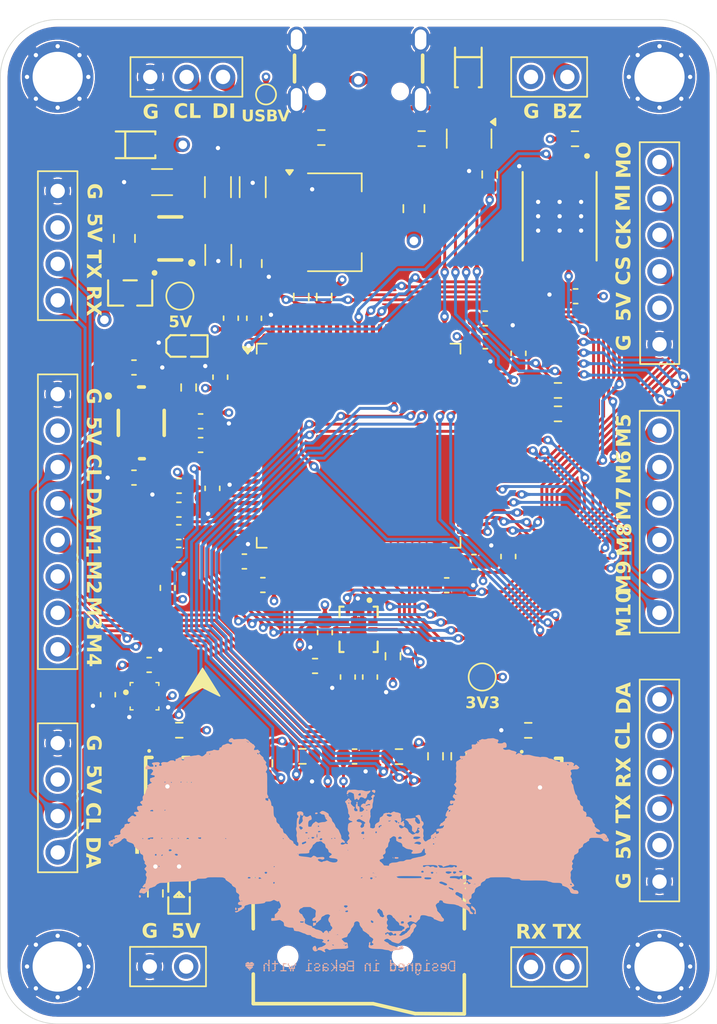
<source format=kicad_pcb>
(kicad_pcb (version 20241229) (generator "pcbnew") (generator_version "9.0")
  (layers (0 "F.Cu" signal) (4 "In1.Cu" signal) (6 "In2.Cu" signal) (2 "B.Cu" signal) (13 "F.Paste" user) (15 "B.Paste" user) (5 "F.SilkS" user "F.Silkscreen") (7 "B.SilkS" user "B.Silkscreen") (1 "F.Mask" user) (3 "B.Mask" user) (25 "Edge.Cuts" user))
  (net 0 "")
  (net 1 "STM32_IMU_INT")
  (net 2 "Net-(C305-Pad2)")
  (net 3 "STM32_BARO_INT")
  (net 4 "STM32_QSPI_CLK")
  (net 5 "STM32_QSPI_IO2")
  (net 6 "STM32_QSPI_IO3")
  (net 7 "STM32_USART1_TX")
  (net 8 "STM32_USART1_RX")
  (net 9 "STM32_NRST")
  (net 10 "Net-(U304-VDDA)")
  (net 11 "STM32_LED")
  (net 12 "STM32_TIM5_CH3")
  (net 13 "STM32_TIM4_CH2")
  (net 14 "STM32_TIM5_CH4")
  (net 15 "STM32_TIM4_CH1")
  (net 16 "STM32_I2C1_SDA")
  (net 17 "STM32_I2C1_SCL")
  (net 18 "STM32_SWDIO")
  (net 19 "STM32_SWCLK")
  (net 20 "STM32_USART2_RX")
  (net 21 "STM32_USART2_TX")
  (net 22 "STM32_USART3_RX")
  (net 23 "STM32_USART3_TX")
  (net 24 "STM32_BUZZER_CTRL")
  (net 25 "STM32_BOOT")
  (net 26 "STM32_IMU_CS")
  (net 27 "STM32_USB_DN")
  (net 28 "STM32_USB_DP")
  (net 29 "STM32_QSPI_NCS")
  (net 30 "GND")
  (net 31 "+3.3V")
  (net 32 "+5V")
  (net 33 "STM32_SDMMC1_CMD")
  (net 34 "STM32_SDMMC1_D0")
  (net 35 "STM32_SDMMC1_D1")
  (net 36 "STM32_SDMMC1_CLK")
  (net 37 "STM32_SDMMC1_D3")
  (net 38 "STM32_SDMMC1_D2")
  (net 39 "STM32_TIM5_CH1")
  (net 40 "STM32_TIM5_CH2")
  (net 41 "STM32_XTAL_IN")
  (net 42 "Net-(U303-VDD)")
  (net 43 "Net-(C324-Pad1)")
  (net 45 "Net-(D301-A)")
  (net 46 "STM32_XTAL_OUT")
  (net 47 "Net-(D301-K)")
  (net 48 "Net-(LED300-A)")
  (net 49 "Net-(LED301-A)")
  (net 50 "Net-(Q300-B)")
  (net 51 "STM32_TIM1_CH3")
  (net 52 "STM32_TIM1_CH4")
  (net 53 "Net-(USB300-CC1)")
  (net 54 "Net-(USB300-CC2)")
  (net 55 "STM32_TIM1_CH1")
  (net 56 "STM32_TIM1_CH2")
  (net 57 "STM32_ISP2_SCK")
  (net 58 "STM32_ISP2_NSS")
  (net 59 "STM32_ISP2_MISO")
  (net 60 "STM32_ISP2_MOSI")
  (net 61 "STM32_QSPI_IO0")
  (net 62 "STM32_QSPI_IO1")
  (net 63 "STM32_ISP1_MOSI")
  (net 64 "STM32_ISP1_SCK")
  (net 65 "STM32_ISP1_MISO")
  (net 66 "Net-(U304-PA11)")
  (net 67 "Net-(U304-PA12)")
  (net 68 "+USB_VBUS")
  (net 105 "Net-(U1-VCAPL)")
  (net 106 "Net-(U1-VCAPH)")
  (net 107 "+5V_RAW")
  (net 108 "Net-(Q1-G)")
  (footprint "easyeda2kicad:LED0603-RD_GREEN" (layer "F.Cu") (at 139.41 86.03)
    (property "Reference" "LED200" (hide yes))
    (property "Value" "XL-1608PGC-06" (hide yes))
  )
  (footprint "Capacitor_SMD:C_0603_1608Metric" (layer "F.Cu") (at 150.59 109.095 -90)
    (property "Reference" "C231" (hide yes))
    (property "Value" "100nF" (hide yes))
  )
  (footprint "Inductor_SMD:L_0603_1608Metric" (layer "F.Cu") (at 148.3025 108.32 180)
    (property "Reference" "FB201" (hide yes))
    (property "Value" "FerriteBead" (hide yes))
  )
  (footprint "Capacitor_SMD:C_0603_1608Metric" (layer "F.Cu") (at 138.79 100.57)
    (property "Reference" "C219" (hide yes))
    (property "Value" "100nF" (hide yes))
  )
  (footprint "Resistor_SMD:R_0603_1608Metric" (layer "F.Cu") (at 147.42 114.62 180)
    (property "Reference" "R215" (hide yes))
    (property "Value" "47K" (hide yes))
  )
  (footprint "Resistor_SMD:R_0603_1608Metric" (layer "F.Cu") (at 156.71 114.615 90)
    (property "Reference" "R216" (hide yes))
    (property "Value" "47K" (hide yes))
  )
  (footprint "easyeda2kicad:USB-C_SMD-TYPE-C-31-M-12" (layer "F.Cu") (at 151.34 67.133146 180)
    (property "Reference" "USB200" (hide yes))
    (property "Value" "USB-TYPE-C-018" (hide yes))
  )
  (footprint "Capacitor_SMD:C_0603_1608Metric" (layer "F.Cu") (at 144.05 84.09 90)
    (property "Reference" "C210" (hide yes))
    (property "Value" "100nF" (hide yes))
  )
  (footprint "Connector_PinHeader_2.54mm:PinHeader_1x04_P2.54mm_Vertical" (layer "F.Cu") (at 130.34 75.22)
    (property "Reference" "J201" (hide yes))
    (property "Value" "EXT UART Connector" (hide yes))
  )
  (footprint "Connector_PinHeader_2.54mm:PinHeader_1x06_P2.54mm_Vertical" (layer "F.Cu") (at 172.34 123.35 180)
    (property "Reference" "J209" (hide yes))
    (property "Value" "EXT GPS Connector" (hide yes))
  )
  (footprint "Capacitor_SMD:C_1206_3216Metric" (layer "F.Cu") (at 143.95 74.95 90)
    (property "Reference" "C203" (hide yes))
    (property "Value" "100uF" (hide yes))
  )
  (footprint "Resistor_SMD:R_0603_1608Metric" (layer "F.Cu") (at 158.33 114.615 90)
    (property "Reference" "R214" (hide yes))
    (property "Value" "47K" (hide yes))
  )
  (footprint "Connector_PinHeader_2.54mm:PinHeader_1x06_P2.54mm_Vertical" (layer "F.Cu") (at 172.34 85.9 180)
    (property "Reference" "J203" (hide yes))
    (property "Value" "EXT SPI Connector" (hide yes))
  )
  (footprint "Inductor_SMD:L_0603_1608Metric" (layer "F.Cu") (at 138.015 102.8825 -90)
    (property "Reference" "FB200" (hide yes))
    (property "Value" "FerriteBead" (hide yes))
  )
  (footprint "Capacitor_SMD:C_0603_1608Metric" (layer "F.Cu") (at 138.8 97.43 180)
    (property "Reference" "C220" (hide yes))
    (property "Value" "100nF" (hide yes))
  )
  (footprint "Resistor_SMD:R_0603_1608Metric" (layer "F.Cu") (at 163.18 112.81)
    (property "Reference" "R208" (hide yes))
    (property "Value" "10K" (hide yes))
  )
  (footprint "easyeda2kicad:LGA-14_L3.0-W2.5-P0.50-TL_QMI8658A" (layer "F.Cu") (at 151.34 105.77 -90)
    (property "Reference" "U204" (hide yes))
    (property "Value" "ICM-42670-P" (hide yes))
  )
  (footprint "TestPoint:TestPoint_Pad_D1.5mm" (layer "F.Cu") (at 159.97 109.09)
    (property "Reference" "TP202" (hide yes))
    (property "Value" "TestPoint" (hide yes))
  )
  (footprint "Capacitor_SMD:C_1206_3216Metric" (layer "F.Cu") (at 137.625 74.6 180)
    (property "Reference" "C200" (hide yes))
    (property "Value" "100uF" (hide yes))
  )
  (footprint "Package_QFP:LQFP-100_14x14mm_P0.5mm" (layer "F.Cu") (at 151.34 92.97)
    (property "Reference" "U205" (hide yes))
    (property "Value" "STM32H743VITx" (hide yes))
  )
  (footprint "Capacitor_SMD:C_0603_1608Metric" (layer "F.Cu") (at 138.79 98.995 180)
    (property "Reference" "C216" (hide yes))
    (property "Value" "4.7uF" (hide yes))
  )
  (footprint "Capacitor_SMD:C_0603_1608Metric" (layer "F.Cu") (at 133.85 110.325 -90)
    (property "Reference" "C217" (hide yes))
    (property "Value" "100nF" (hide yes))
  )
  (footprint "Capacitor_SMD:C_0603_1608Metric" (layer "F.Cu") (at 144.66 102.68 180)
    (property "Reference" "C227" (hide yes))
    (property "Value" "100nF" (hide yes))
  )
  (footprint "Capacitor_SMD:C_1206_3216Metric" (layer "F.Cu") (at 141.55 79.675 -90)
    (property "Reference" "C205" (hide yes))
    (property "Value" "100uF" (hide yes))
  )
  (footprint "Resistor_SMD:R_0603_1608Metric" (layer "F.Cu") (at 153.74 107.645 90)
    (property "Reference" "R209" (hide yes))
    (property "Value" "10K" (hide yes))
  )
  (footprint "Resistor_SMD:R_0603_1608Metric" (layer "F.Cu") (at 137.16 124.175 -90)
    (property "Reference" "R212" (hide yes))
    (property "Value" "220" (hide yes))
  )
  (footprint "easyeda2kicad:KEY-SMD_L4.0-W3.0-LS4.9-1" (layer "F.Cu") (at 164 116.8 -90)
    (property "Reference" "SW201" (hide yes))
    (property "Value" "TACTILE SWITCH" (hide yes))
  )
  (footprint "Connector_PinHeader_2.54mm:PinHeader_1x02_P2.54mm_Vertical" (layer "F.Cu") (at 165.91 129.3 -90)
    (property "Reference" "J208" (hide yes))
    (property "Value" "EXT USART1" (hide yes))
  )
  (footprint "easyeda2kicad:WSON-8_L6.0-W5.0-P1.27-BL-EP" (layer "F.Cu") (at 165.37 76.98 180)
    (property "Reference" "U202" (hide yes))
    (property "Value" "W25Q128JVPIQTR" (hide yes))
  )
  (footprint "Resistor_SMD:R_0603_1608Metric" (layer "F.Cu") (at 155.74 71.57 180)
    (property "Reference" "R200" (hide yes))
    (property "Value" "5.1K" (hide yes))
  )
  (footprint "Capacitor_SMD:C_0603_1608Metric" (layer "F.Cu") (at 160.18 84.1 180)
    (property "Reference" "C212" (hide yes))
    (property "Value" "4.7uF" (hide yes))
  )
  (footprint "Capacitor_SMD:C_0603_1608Metric" (layer "F.Cu") (at 159.39 101.07)
    (property "Reference" "C229" (hide yes))
    (property "Value" "100nF" (hide yes))
  )
  (footprint "easyeda2kicad:SOT-23-3_L2.9-W1.6-P1.90-LS2.8-BR" (layer "F.Cu") (at 135.4 82.326182 90)
    (property "Reference" "Q200" (hide yes))
    (property "Value" "AO3011A" (hide yes))
  )
  (footprint "Resistor_SMD:R_0603_1608Metric" (layer "F.Cu") (at 160.49 74.07 -90)
    (property "Reference" "R204" (hide yes))
    (property "Value" "10K" (hide yes))
  )
  (footprint "Capacitor_SMD:C_0603_1608Metric" (layer "F.Cu") (at 143.37 101.04)
    (property "Reference" "C226" (hide yes))
    (property "Value" "4.7uF" (hide yes))
  )
  (footprint "Connector_PinHeader_2.54mm:PinHeader_1x02_P2.54mm_Vertical" (layer "F.Cu") (at 165.91 67.27 -90)
    (property "Reference" "J202" (hide yes))
    (property "Value" "Buzzer Connector" (hide yes))
  )
  (footprint "Resistor_SMD:R_0603_1608Metric" (layer "F.Cu") (at 144.8 115.105 90)
    (property "Reference" "R217" (hide yes))
    (property "Value" "47K" (hide yes))
  )
  (footprint "Capacitor_SMD:C_0603_1608Metric" (layer "F.Cu") (at 141.14 95.945 90)
    (property "Reference" "C232" (hide yes))
    (property "Value" "100nF" (hide yes))
  )
  (footprint "Capacitor_SMD:C_0805_2012Metric" (layer "F.Cu") (at 135 78.526182 90)
    (property "Reference" "C202" (hide yes))
    (property "Value" "2.2uF" (hide yes))
  )
  (footprint "Capacitor_SMD:C_0603_1608Metric" (layer "F.Cu") (at 166.49 82.555 180)
    (property "Reference" "C214" (hide yes))
    (property "Value" "100nF" (hide yes))
  )
  (footprint "Package_TO_SOT_SMD:SOT-223-3_TabPin2" (layer "F.Cu") (at 149.65 77.4)
    (property "Reference" "U201" (hide yes))
    (property "Value" "SP1117" (hide yes))
  )
  (footprint "Capacitor_SMD:C_0603_1608Metric" (layer "F.Cu") (at 152.14 109.095 90)
    (property "Reference" "C223" (hide yes))
    (property "Value" "4.7uF" (hide yes))
  )
  (footprint "Resistor_SMD:R_0603_1608Metric" (layer "F.Cu") (at 139.48 88.915 90)
    (property "Reference" "R207" (hide yes))
    (property "Value" "100" (hide yes))
  )
  (footprint "TestPoint:TestPoint_Pad_D1.0mm" (layer "F.Cu") (at 144.88 68.49)
    (property "Reference" "TP201" (hide yes))
    (property "Value" "TestPoint" (hide yes))
  )
  (footprint "Capacitor_SMD:C_0603_1608Metric" (layer "F.Cu") (at 138.815 95.77)
    (property "Reference" "C221" (hide yes))
    (property "Value" "4.7uF" (hide yes))
  )
  (footprint "Capacitor_SMD:C_0603_1608Metric" (layer "F.Cu") (at 151.06 114.63)
    (property "Reference" "C233" (hide yes))
    (property "Value" "100nF" (hide yes))
  )
  (footprint "Capacitor_SMD:C_0603_1608Metric" (layer "F.Cu") (at 140.315 92.92 180)
    (property "Reference" "C224" (hide yes))
    (property "Value" "100nF" (hide yes))
  )
  (footprint "Capacitor_SMD:C_0603_1608Metric" (layer "F.Cu") (at 142.43 84.085 -90)
    (property "Reference" "C209" (hide yes))
    (property "Value" "4.7uF" (hide yes))
  )
  (footprint "Connector_PinHeader_2.54mm:PinHeader_1x04_P2.54mm_Vertical" (layer "F.Cu") (at 130.34 113.7)
    (property "Reference" "J207" (hide yes))
    (property "Value" "EXT I2C Connector" (hide yes))
  )
  (footprint "Capacitor_SMD:C_0805_2012Metric" (layer "F.Cu") (at 143.85 80.275 -90)
    (property "Reference" "C211" (hide yes))
    (property "Value" "10uF" (hide yes))
  )
  (footprint "Capacitor_SMD:C_0603_1608Metric" (layer "F.Cu") (at 135.665 87.52)
    (property "Reference" "C201" (hide yes))
    (property "Value" "22pF" (hide yes))
  )
  (footprint "Capacitor_SMD:C_1206_3216Metric" (layer "F.Cu") (at 141.525 74.95 90)
    (property "Reference" "C208" (hide yes))
    (property "Value" "100uF" (hide yes))
  )
  (footprint "easyeda2kicad:LED0603-RD_RED" (layer "F.Cu") (at 138.8 124.2 -90)
    (property "Reference" "LED201" (hide yes))
    (property "Value" "NCD0603R1" (hide yes))
  )
  (footprint "Capacitor_SMD:C_0603_1608Metric" (layer "F.Cu") (at 161.79 100.695 -90)
    (property "Reference" "C222" (hide yes))
    (property "Value" "4.7uF" (hide yes))
  )
  (footprint "easyeda2kicad:MountingHole_3.5mm_5mm_Pad_Via" (layer "F.Cu") (at 130.34 129.27)
    (property "Reference" "REF**" (hide yes))
    (property "Value" "MountingHole_3.5mm_5mm_Pad_Via" (hide yes))
  )
  (footprint "easyeda2kicad:TF-SMD_TF-01A" (layer "F.Cu") (at 151.35 122.99)
    (property "Reference" "Card200" (hide yes))
    (property "Value" "TF-01A" (hide yes))
  )
  (footprint "easyeda2kicad:SOT-23-6_L2.9-W1.6-P0.95-LS2.8-BL-1" (layer "F.Cu") (at 138.2 78.526182 90)
    (property "Reference" "U200" (hide yes))
    (property "Value" "MX74610T" (hide yes))
  )
  (footprint "Package_TO_SOT_SMD:SOT-23" (layer "F.Cu") (at 159.0525 71.57 -90)
    (property "Reference" "Q201" (hide yes))
    (property "Value" "MMBT3904" (hide yes))
  )
  (footprint "Capacitor_SMD:C_0603_1608Metric" (layer "F.Cu") (at 136.725 108.25)
    (property "Reference" "C218" (hide yes))
    (property "Value" "100nF" (hide yes))
  )
  (footprint "Connector_PinHeader_2.54mm:PinHeader_1x06_P2.54mm_Vertical" (layer "F.Cu") (at 172.34 91.92)
    (property "Reference" "J205" (hide yes))
    (property "Value" "(M) AUX Connector Main Board" (hide yes))
  )
  (footprint "Capacitor_SMD:C_0805_2012Metric" (layer "F.Cu") (at 155.2 76.45 90)
    (property "Reference" "C204" (hide yes))
    (property "Value" "10uF" (hide yes))
  )
  (footprint "Resistor_SMD:R_0603_1608Metric" (layer "F.Cu") (at 165.255 89.12 180)
    (property "Reference" "R210" (hide yes))
    (property "Value" "22" (hide yes))
  )
  (footprint "easyeda2kicad:CRYSTAL-SMD_4P-L5.0-W3.2-BL-1" (layer "F.Cu") (at 136.175 91.38 -90)
    (property "Reference" "X200" (hide yes))
    (property "Value" "XVFEELNANF-8MHZ" (hide yes))
  )
  (footprint "Resistor_SMD:R_0603_1608Metric" (layer "F.Cu") (at 138.825 112.8 180)
    (property "Reference" "R206" (hide yes))
    (property "Value" "10K" (hide yes))
  )
  (footprint "Resistor_SMD:R_0603_1608Metric" (layer "F.Cu") (at 154.16 114.64)
    (property "Reference" "R213" (hide yes))
    (property "Value" "47K" (hide yes))
  )
  (footprint "easyeda2kicad:SOD-123FL_L2.7-W1.8-LS3.8-RD" (layer "F.Cu") (at 135.775 72)
    (property "Reference" "D200" (hide yes))
    (property "Value" "DSK34" (hide yes))
  )
  (footprint "easyeda2kicad:MountingHole_3.5mm_5mm_Pad_Via" (layer "F.Cu") (at 172.34 129.27)
    (property "Reference" "REF**" (hide yes))
    (property "Value" "MountingHole_3.5mm_5mm_Pad_Via" (hide yes))
  )
  (footprint "easyeda2kicad:PinHeader_1x03_P2.54mm_Vertical_Custom" (layer "F.Cu") (at 141.88 67.27 -90)
    (property "Reference" "J200" (hide yes))
    (property "Value" "STM32 Debug Connection" (hide yes))
  )
  (footprint "easyeda2kicad:SOD-123FL_L2.7-W1.8-LS3.8-RD" (layer "F.Cu") (at 159 66.61 -90)
    (property "Reference" "D201" (hide yes))
    (property "Value" "DSK34" (hide yes))
  )
  (footprint "Capacitor_SMD:C_0603_1608Metric" (layer "F.Cu") (at 140.315 91.27)
    (property "Reference" "C230" (hide yes))
    (property "Value" "4.7uF" (hide yes))
  )
  (footprint "Capacitor_SMD:C_0603_1608Metric" (layer "F.Cu") (at 162.5 86.535 -90)
    (property "Reference" "C207" (hide yes))
    (property "Value" "4.7uF" (hide yes))
  )
  (footprint "TestPoint:TestPoint_Pad_D1.5mm" (layer "F.Cu") (at 138.87 82.54)
    (property "Reference" "TP200" (hide yes))
    (property "Value" "TestPoint" (hide yes))
  )
  (footprint "easyeda2kicad:KEY-SMD_L4.0-W3.0-LS4.9-1" (layer "F.Cu") (at 138 116.74 -90)
    (property "Reference" "SW200" (hide yes))
    (property "Value" "TACTILE SWITCH" (hide yes))
  )
  (footprint "Resistor_SMD:R_0603_1608Metric" (layer "F.Cu") (at 148.74 71.495 180)
    (property "Reference" "R203" (hide yes))
    (property "Value" "5.1K" (hide yes))
  )
  (footprint "Resistor_SMD:R_0603_1608Metric" (layer "F.Cu") (at 147.341 82.6 -90)
    (property "Reference" "R202" (hide yes))
    (property "Value" "2.2K" (hide yes))
  )
  (footprint "easyeda2kicad:MountingHole_3.5mm_5mm_Pad_Via" (layer "F.Cu") (at 130.34 67.27)
    (property "Reference" "REF**" (hide yes))
    (property "Value" "MountingHole_3.5mm_5mm_Pad_Via" (hide yes))
  )
  (footprint "Connector_PinHeader_2.54mm:PinHeader_1x02_P2.54mm_Vertical" (layer "F.Cu") (at 136.77 129.27 90)
    (property "Reference" "J206" (hide yes))
    (property "Value" "EXT 5V" (hide yes))
  )
  (footprint "easyeda2kicad:MountingHole_3.5mm_5mm_Pad_Via" (layer "F.Cu") (at 172.34 67.27)
    (property "Reference" "REF**" (hide yes))
    (property "Value" "MountingHole_3.5mm_5mm_Pad_Via" (hide yes))
  )
  (footprint "Capacitor_SMD:C_0603_1608Metric" (layer "F.Cu") (at 148.99 105.995 -90)
    (property "Reference" "C228" (hide yes))
    (property "Value" "100nF" (hide yes))
  )
  (footprint "Resistor_SMD:R_0603_1608Metric" (layer "F.Cu") (at 165.255 90.75 180)
    (property "Reference" "R211" (hide yes))
    (property "Value" "22" (hide yes))
  )
  (footprint "Resistor_SMD:R_0603_1608Metric" (layer "F.Cu") (at 166.445 71.58)
    (property "Reference" "R205" (hide yes))
    (property "Value" "10K" (hide yes))
  )
  (footprint "Capacitor_SMD:C_0603_1608Metric" (layer "F.Cu") (at 157.49 102.695)
    (property "Reference" "C225" (hide yes))
    (property "Value" "4.7uF" (hide yes))
  )
  (footprint "Capacitor_SMD:C_0603_1608Metric" (layer "F.Cu") (at 135.665 95.195 180)
    (property "Reference" "C215" (hide yes))
    (property "Value" "22pF" (hide yes))
  )
  (footprint "Resistor_SMD:R_0603_1608Metric" (layer "F.Cu") (at 148.941 82.6 -90)
    (property "Reference" "R201" (hide yes))
    (property "Value" "2.2K" (hide yes))
  )
  (footprint "Capacitor_SMD:C_0603_1608Metric" (layer "F.Cu") (at 160.185 85.7)
    (property "Reference" "C206" (hide yes))
    (property "Value" "100nF" (hide yes))
  )
  (footprint "Library:Chevron-Top" (layer "F.Cu") (at 140.45 109.45)
    (property "Reference" "G***" (hide yes))
    (property "Value" "LOGO" (hide yes))
  )
  (footprint "easyeda2kicad:LGA-10_L2.0-W2.0-P0.50-TL_BMP580" (layer "F.Cu") (at 136.4 110.43)
    (property "Reference" "U203" (hide yes))
    (property "Value" "BMP580" (hide yes))
  )
  (footprint "Connector_PinHeader_2.54mm:PinHeader_1x08_P2.54mm_Vertical" (layer "F.Cu") (at 130.34 89.38)
    (property "Reference" "J204" (hide yes))
    (property "Value" "(M) Power & ESC Connector" (hide yes))
  )
  (footprint "Capacitor_SMD:C_0603_1608Metric" (layer "F.Cu") (at 141.69 88.195 90)
    (property "Reference" "C213" (hide yes))
    (property "Value" "100nF" (hide yes))
  )
  (footprint "easyeda2kicad:ghidora_35" (layer "B.Cu") (at 151.332065 120.768953 180)
    (property "Reference" "G***" (hide yes))
    (property "Value" "LOGO" (hide yes))
  )
  (footprint "easyeda2kicad:my_signature" (layer "B.Cu") (at 150.752065 129.268953 180)
    (property "Reference" "G***" (hide yes))
    (property "Value" "LOGO" (hide yes))
  )
  (gr_line (start 130.34 63.27) (end 172.34 63.27) (stroke (width 0.05)) (layer "Edge.Cuts"))
  (gr_arc (start 176.34 129.27) (mid 175.168427 132.098427) (end 172.34 133.27) (stroke (width 0.05)) (layer "Edge.Cuts"))
  (gr_line (start 176.34 67.27) (end 176.34 129.27) (stroke (width 0.05)) (layer "Edge.Cuts"))
  (gr_arc (start 126.34 67.27) (mid 127.511573 64.441573) (end 130.34 63.27) (stroke (width 0.05)) (layer "Edge.Cuts"))
  (gr_line (start 172.34 133.27) (end 130.34 133.27) (stroke (width 0.05)) (layer "Edge.Cuts"))
  (gr_arc (start 130.34 133.27) (mid 127.511573 132.098427) (end 126.34 129.27) (stroke (width 0.05)) (layer "Edge.Cuts"))
  (gr_arc (start 172.34 63.27) (mid 175.168427 64.441573) (end 176.34 67.27) (stroke (width 0.05)) (layer "Edge.Cuts"))
  (gr_line (start 126.34 129.27) (end 126.34 67.27) (stroke (width 0.05)) (layer "Edge.Cuts"))
  (gr_text "G" (at 163.4 69.73 0) (layer "F.SilkS") (effects (font (size 1 1) (thickness 0.25) (bold yes))))
  (gr_text "CL" (at 169.85 113.195 90) (layer "F.SilkS") (effects (font (size 1 1) (thickness 0.25) (bold yes))))
  (gr_text "M10" (at 169.9 104.645 90) (layer "F.SilkS") (effects (font (size 1 1) (thickness 0.25) (bold yes))))
  (gr_text "G" (at 132.85 75.245 270) (layer "F.SilkS") (effects (font (size 1 1) (thickness 0.25) (bold yes))))
  (gr_text "5V" (at 138.9 84.85 0) (layer "F.SilkS") (effects (font (size 0.8 0.8) (thickness 0.2) (bold yes)) (justify bottom)))
  (gr_text "DA" (at 132.75 121.32 270) (layer "F.SilkS") (effects (font (size 1 1) (thickness 0.25) (bold yes))))
  (gr_text "M2" (at 132.8 102.145 270) (layer "F.SilkS") (effects (font (size 1 1) (thickness 0.25) (bold yes))))
  (gr_text "M7" (at 169.9 96.995 90) (layer "F.SilkS") (effects (font (size 1 1) (thickness 0.25) (bold yes))))
  (gr_text "M1" (at 132.75 99.62 270) (layer "F.SilkS") (effects (font (size 1 1) (thickness 0.25) (bold yes))))
  (gr_text "5V" (at 139.295 126.85 0) (layer "F.SilkS") (effects (font (size 1 1) (thickness 0.25) (bold yes))))
  (gr_text "CK" (at 169.9 78.245 90) (layer "F.SilkS") (effects (font (size 1 1) (thickness 0.25) (bold yes))))
  (gr_text "M4" (at 132.8 107.22 270) (layer "F.SilkS") (effects (font (size 1 1) (thickness 0.25) (bold yes))))
  (gr_text "MI" (at 169.85 75.695 90) (layer "F.SilkS") (effects (font (size 1 1) (thickness 0.25) (bold yes))))
  (gr_text "BZ" (at 165.9 69.73 0) (layer "F.SilkS") (effects (font (size 1 1) (thickness 0.25) (bold yes))))
  (gr_text "TX" (at 132.8 80.32 270) (layer "F.SilkS") (effects (font (size 1 1) (thickness 0.25) (bold yes))))
  (gr_text "M8" (at 169.95 99.52 90) (layer "F.SilkS") (effects (font (size 1 1) (thickness 0.25) (bold yes))))
  (gr_text "5V" (at 132.8 116.22 270) (layer "F.SilkS") (effects (font (size 1 1) (thickness 0.25) (bold yes))))
  (gr_text "M3" (at 132.8 104.67 270) (layer "F.SilkS") (effects (font (size 1 1) (thickness 0.25) (bold yes))))
  (gr_text "M6" (at 169.9 94.47 90) (layer "F.SilkS") (effects (font (size 1 1) (thickness 0.25) (bold yes))))
  (gr_text "G" (at 132.8 89.52 270) (layer "F.SilkS") (effects (font (size 1 1) (thickness 0.25) (bold yes))))
  (gr_text "G" (at 136.77 126.85 0) (layer "F.SilkS") (effects (font (size 1 1) (thickness 0.25) (bold yes))))
  (gr_text "RX" (at 163.375 126.905 0) (layer "F.SilkS") (effects (font (size 1 1) (thickness 0.25) (bold yes))))
  (gr_text "M5" (at 169.9 91.92 90) (layer "F.SilkS") (effects (font (size 1 1) (thickness 0.25) (bold yes))))
  (gr_text "TX" (at 169.875 118.27 90) (layer "F.SilkS") (effects (font (size 1 1) (thickness 0.25) (bold yes))))
  (gr_text "DA" (at 169.9 110.57 90) (layer "F.SilkS") (effects (font (size 1 1) (thickness 0.25) (bold yes))))
  (gr_text "RX" (at 132.8 82.87 270) (layer "F.SilkS") (effects (font (size 1 1) (thickness 0.25) (bold yes))))
  (gr_text "5V" (at 169.9 120.795 90) (layer "F.SilkS") (effects (font (size 1 1) (thickness 0.25) (bold yes))))
  (gr_text "TX" (at 165.9 126.905 0) (layer "F.SilkS") (effects (font (size 1 1) (thickness 0.25) (bold yes))))
  (gr_text "G" (at 169.9 85.795 90) (layer "F.SilkS") (effects (font (size 1 1) (thickness 0.25) (bold yes))))
  (gr_text "DA" (at 132.8 96.995 270) (layer "F.SilkS") (effects (font (size 1 1) (thickness 0.25) (bold yes))))
  (gr_text "CS" (at 169.875 80.77 90) (layer "F.SilkS") (effects (font (size 1 1) (thickness 0.25) (bold yes))))
  (gr_text "RX" (at 169.9 115.745 90) (layer "F.SilkS") (effects (font (size 1 1) (thickness 0.25) (bold yes))))
  (gr_text "5V" (at 132.8 91.945 270) (layer "F.SilkS") (effects (font (size 1 1) (thickness 0.25) (bold yes))))
  (gr_text "G" (at 136.84 70.35 0) (layer "F.SilkS") (effects (font (size 1 1) (thickness 0.25) (bold yes)) (justify bottom)))
  (gr_text "DI" (at 141.94 70.3 0) (layer "F.SilkS") (effects (font (size 1 1) (thickness 0.25) (bold yes)) (justify bottom)))
  (gr_text "3V3" (at 160 111.4 0) (layer "F.SilkS") (effects (font (size 0.8 0.8) (thickness 0.2) (bold yes)) (justify bottom)))
  (gr_text "BOOT" (at 164 121 0) (layer "F.SilkS") (effects (font (size 1 1) (thickness 0.25) (bold yes))))
  (gr_text "5V" (at 169.9 83.295 90) (layer "F.SilkS") (effects (font (size 1 1) (thickness 0.25) (bold yes))))
  (gr_text "CL" (at 132.8 94.495 270) (layer "F.SilkS") (effects (font (size 1 1) (thickness 0.25) (bold yes))))
  (gr_text "CL" (at 139.39 70.3 0) (layer "F.SilkS") (effects (font (size 1 1) (thickness 0.25) (bold yes)) (justify bottom)))
  (gr_text "G" (at 132.8 113.695 270) (layer "F.SilkS") (effects (font (size 1 1) (thickness 0.25) (bold yes))))
  (gr_text "M9" (at 169.9 102.145 90) (layer "F.SilkS") (effects (font (size 1 1) (thickness 0.25) (bold yes))))
  (gr_text "5V" (at 132.85 77.77 270) (layer "F.SilkS") (effects (font (size 1 1) (thickness 0.25) (bold yes))))
  (gr_text "G" (at 169.9 123.295 90) (layer "F.SilkS") (effects (font (size 1 1) (thickness 0.25) (bold yes))))
  (gr_text "USBV" (at 144.85 70.5 0) (layer "F.SilkS") (effects (font (size 0.8 0.8) (thickness 0.2) (bold yes)) (justify bottom)))
  (gr_text "MO" (at 169.9 73.07 90) (layer "F.SilkS") (effects (font (size 1 1) (thickness 0.25) (bold yes))))
  (gr_text "RESET" (at 138.1 121 0) (layer "F.SilkS") (effects (font (size 1 1) (thickness 0.25) (bold yes))))
  (gr_text "CL" (at 132.75 118.77 270) (layer "F.SilkS") (effects (font (size 1 1) (thickness 0.25) (bold yes))))
  (segment (start 167.1 97.41) (end 161.36 103.15) (width 0.2) (layer "F.Cu") (net 1))
  (segment (start 161.92 90.97) (end 159.015 90.97) (width 0.2) (layer "F.Cu") (net 1))
  (segment (start 163.52 92.57) (end 161.92 90.97) (width 0.2) (layer "F.Cu") (net 1))
  (segment (start 150.59 103.629909) (end 150.540091 103.58) (width 0.2) (layer "F.Cu") (net 1))
  (segment (start 150.59 104.52) (end 150.59 103.629909) (width 0.2) (layer "F.Cu") (net 1))
  (segment (start 167.1 95.24) (end 167.1 97.41) (width 0.2) (layer "F.Cu") (net 1))
  (segment (start 164.543464 92.57) (end 163.52 92.57) (width 0.2) (layer "F.Cu") (net 1))
  (segment (start 161.36 103.15) (end 159.936218 103.15) (width 0.2) (layer "F.Cu") (net 1))
  (segment (start 167.14 95.2) (end 167.1 95.24) (width 0.2) (layer "F.Cu") (net 1))
  (segment (start 164.547296 92.573832) (end 164.543464 92.57) (width 0.2) (layer "F.Cu") (net 1))
  (via (at 164.547296 92.573832) (size 0.6) (drill 0.3) (layers "F.Cu" "B.Cu") (net 1))
  (via (at 150.540091 103.58) (size 0.6) (drill 0.3) (layers "F.Cu" "B.Cu") (net 1))
  (via (at 167.14 95.2) (size 0.6) (drill 0.3) (layers "F.Cu" "B.Cu") (net 1))
  (via (at 159.936218 103.15) (size 0.6) (drill 0.3) (layers "F.Cu" "B.Cu") (net 1))
  (segment (start 150.540091 103.58) (end 151.080091 103.04) (width 0.2) (layer "B.Cu") (net 1))
  (segment (start 164.563449 92.589985) (end 164.547296 92.573832) (width 0.2) (layer "B.Cu") (net 1))
  (segment (start 167.14 95.2) (end 167.14 95.059336) (width 0.2) (layer "B.Cu") (net 1))
  (segment (start 159.111768 103.246) (end 159.840216 103.246) (width 0.2) (layer "B.Cu") (net 1))
  (segment (start 151.080091 103.04) (end 158.905768 103.04) (width 0.2) (layer "B.Cu") (net 1))
  (segment (start 167.14 95.059336) (end 164.670649 92.589985) (width 0.2) (layer "B.Cu") (net 1))
  (segment (start 159.840216 103.246) (end 159.936218 103.15) (width 0.2) (layer "B.Cu") (net 1))
  (segment (start 164.670649 92.589985) (end 164.563449 92.589985) (width 0.2) (layer "B.Cu") (net 1))
  (segment (start 158.905768 103.04) (end 159.111768 103.246) (width 0.2) (layer "B.Cu") (net 1))
  (segment (start 161.839999 87.970001) (end 159.015 87.970001) (width 0.2) (layer "F.Cu") (net 2))
  (segment (start 162.5 87.31) (end 161.839999 87.970001) (width 0.2) (layer "F.Cu") (net 2))
  (segment (start 140.583555 106.923) (end 147.263554 113.603) (width 0.2) (layer "F.Cu") (net 3))
  (segment (start 158.343 110.056165) (end 158.343 108.179776) (width 0.2) (layer "F.Cu") (net 3))
  (segment (start 137.745 110.18) (end 138.45 109.475) (width 0.2) (layer "F.Cu") (net 3))
  (segment (start 161.5987 107.450465) (end 167.579164 101.47) (width 0.2) (layer "F.Cu") (net 3))
  (segment (start 138.45 107.35) (end 138.877 106.923) (width 0.2) (layer "F.Cu") (net 3))
  (segment (start 168.89 101.47) (end 168.94 101.52) (width 0.2) (layer "F.Cu") (net 3))
  (segment (start 154.796166 113.603) (end 158.343 110.056165) (width 0.2) (layer "F.Cu") (net 3))
  (segment (start 159.072311 107.450465) (end 161.5987 107.450465) (width 0.2) (layer "F.Cu") (net 3))
  (segment (start 137.18 110.18) (end 137.745 110.18) (width 0.2) (layer "F.Cu") (net 3))
  (segment (start 138.45 109.475) (end 138.45 107.35) (width 0.2) (layer "F.Cu") (net 3))
  (segment (start 138.877 106.923) (end 140.583555 106.923) (width 0.2) (layer "F.Cu") (net 3))
  (segment (start 147.263554 113.603) (end 154.796166 113.603) (width 0.2) (layer "F.Cu") (net 3))
  (segment (start 161.333488 95.97) (end 161.383487 96.019999) (width 0.2) (layer "F.Cu") (net 3))
  (segment (start 158.343 108.179776) (end 159.072311 107.450465) (width 0.2) (layer "F.Cu") (net 3))
  (segment (start 167.579164 101.47) (end 168.89 101.47) (width 0.2) (layer "F.Cu") (net 3))
  (segment (start 159.015 95.97) (end 161.333488 95.97) (width 0.2) (layer "F.Cu") (net 3))
  (via (at 161.383487 96.019999) (size 0.6) (drill 0.3) (layers "F.Cu" "B.Cu") (net 3))
  (via (at 168.94 101.52) (size 0.6) (drill 0.3) (layers "F.Cu" "B.Cu") (net 3))
  (segment (start 169.307232 101.16138) (end 169.63 100.838612) (width 0.2) (layer "B.Cu") (net 3))
  (segment (start 169.29862 101.16138) (end 169.307232 101.16138) (width 0.2) (layer "B.Cu") (net 3))
  (segment (start 169.629 100.381148) (end 169.629 99.601776) (width 0.2) (layer "B.Cu") (net 3))
  (segment (start 168.94 101.52) (end 169.29862 101.16138) (width 0.2) (layer "B.Cu") (net 3))
  (segment (start 165.843586 95.816362) (end 161.587124 95.816362) (width 0.2) (layer "B.Cu") (net 3))
  (segment (start 161.587124 95.816362) (end 161.383487 96.019999) (width 0.2) (layer "B.Cu") (net 3))
  (segment (start 169.629 99.601776) (end 165.843586 95.816362) (width 0.2) (layer "B.Cu") (net 3))
  (segment (start 169.63 100.838612) (end 169.63 100.382148) (width 0.2) (layer "B.Cu") (net 3))
  (segment (start 169.63 100.382148) (end 169.629 100.381148) (width 0.2) (layer "B.Cu") (net 3))
  (segment (start 164.110409 81.699591) (end 164.74 81.07) (width 0.2) (layer "F.Cu") (net 4))
  (segment (start 151.770008 102.328) (end 151.223001 102.328) (width 0.2) (layer "F.Cu") (net 4))
  (segment (start 150.34 101.444999) (end 150.34 100.645) (width 0.2) (layer "F.Cu") (net 4))
  (segment (start 167.489 83.644) (end 165.089 83.644) (width 0.2) (layer "F.Cu") (net 4))
  (segment (start 156.104139 104.189) (end 156.103139 104.19) (width 0.2) (layer "F.Cu") (net 4))
  (segment (start 156.561603 104.19) (end 156.560603 104.189) (width 0.2) (layer "F.Cu") (net 4))
  (segment (start 161.37 104.19) (end 156.561603 104.19) (width 0.2) (layer "F.Cu") (net 4))
  (segment (start 153.534776 104.092767) (end 151.770008 102.328) (width 0.2) (layer "F.Cu") (net 4))
  (segment (start 168.22 94.943612) (end 168.22 97.34) (width 0.2) (layer "F.Cu") (net 4))
  (segment (start 153.534776 104.191) (end 153.534776 104.092767) (width 0.2) (layer "F.Cu") (net 4))
  (segment (start 151.223001 102.328) (end 150.34 101.444999) (width 0.2) (layer "F.Cu") (net 4))
  (segment (start 168.791 84.945999) (end 167.489 83.644) (width 0.2) (layer "F.Cu") (net 4))
  (segment (start 169.151091 94.012521) (end 168.22 94.943612) (width 0.2) (layer "F.Cu") (net 4))
  (segment (start 164.433177 82.989591) (end 164.110409 82.666823) (width 0.2) (layer "F.Cu") (net 4))
  (segment (start 164.74 81.07) (end 164.74 79.99) (width 0.2) (layer "F.Cu") (net 4))
  (segment (start 169.151091 93.731091) (end 169.151091 94.012521) (width 0.2) (layer "F.Cu") (net 4))
  (segment (start 168.22 97.34) (end 161.37 104.19) (width 0.2) (layer "F.Cu") (net 4))
  (segment (start 164.110409 82.666823) (end 164.110409 81.699591) (width 0.2) (layer "F.Cu") (net 4))
  (segment (start 168.791 89.591) (end 168.791 84.945999) (width 0.2) (layer "F.Cu") (net 4))
  (segment (start 156.560603 104.189) (end 156.104139 104.189) (width 0.2) (layer "F.Cu") (net 4))
  (segment (start 168.791 89.591) (end 169.093909 89.893909) (width 0.2) (layer "F.Cu") (net 4))
  (segment (start 165.089 83.644) (end 164.434591 82.989591) (width 0.2) (layer "F.Cu") (net 4))
  (segment (start 164.434591 82.989591) (end 164.433177 82.989591) (width 0.2) (layer "F.Cu") (net 4))
  (segment (start 156.103139 104.19) (end 155.815 104.19) (width 0.2) (layer "F.Cu") (net 4))
  (via (at 169.151091 93.731091) (size 0.6) (drill 0.3) (layers "F.Cu" "B.Cu") (net 4))
  (via (at 155.815 104.19) (size 0.6) (drill 0.3) (layers "F.Cu" "B.Cu") (net 4))
  (via (at 169.093909 89.893909) (size 0.6) (drill 0.3) (layers "F.Cu" "B.Cu") (net 4))
  (via (at 153.534776 104.191) (size 0.6) (drill 0.3) (layers "F.Cu" "B.Cu") (net 4))
  (segment (start 169.151091 89.951091) (end 169.151091 93.731091) (width 0.2) (layer "B.Cu") (net 4))
  (segment (start 169.093909 89.893909) (end 169.151091 89.951091) (width 0.2) (layer "B.Cu") (net 4))
  (segment (start 153.534776 104.191) (end 153.535776 104.19) (width 0.2) (layer "B.Cu") (net 4))
  (segment (start 153.535776 104.19) (end 155.815 104.19) (width 0.2) (layer "B.Cu") (net 4))
  (segment (start 164.74 72.94) (end 164.74 73.97) (width 0.2) (layer "F.Cu") (net 5))
  (segment (start 164.43 72.63) (end 164.74 72.94) (width 0.2) (layer "F.Cu") (net 5))
  (segment (start 143.665 86.015) (end 143.66 86.01) (width 0.2) (layer "F.Cu") (net 5))
  (segment (start 143.665 86.97) (end 143.665 86.015) (width 0.2) (layer "F.Cu") (net 5))
  (via (at 164.43 72.63) (size 0.6) (drill 0.3) (layers "F.Cu" "B.Cu") (net 5))
  (via (at 143.66 86.01) (size 0.6) (drill 0.3) (layers "F.Cu" "B.Cu") (net 5))
  (segment (start 161.08 74.03) (end 162.49 72.62) (width 0.2) (layer "B.Cu") (net 5))
  (segment (start 164.42 72.62) (end 164.43 72.63) (width 0.2) (layer "B.Cu") (net 5))
  (segment (start 144.83 84.84) (end 152.61 84.84) (width 0.2) (layer "B.Cu") (net 5))
  (segment (start 143.66 86.01) (end 144.83 84.84) (width 0.2) (layer "B.Cu") (net 5))
  (segment (start 152.61 84.84) (end 161.08 76.37) (width 0.2) (layer "B.Cu") (net 5))
  (segment (start 161.08 76.37) (end 161.08 74.03) (width 0.2) (layer "B.Cu") (net 5))
  (segment (start 162.49 72.62) (end 164.42 72.62) (width 0.2) (layer "B.Cu") (net 5))
  (segment (start 167.005203 84.930797) (end 167.005203 84.935203) (width 0.2) (layer "F.Cu") (net 6))
  (segment (start 167.739 85.669) (end 167.739 90.624612) (width 0.2) (layer "F.Cu") (net 6))
  (segment (start 167.005203 84.935203) (end 167.739 85.669) (width 0.2) (layer "F.Cu") (net 6))
  (segment (start 166.987203 84.912797) (end 167.005203 84.930797) (width 0.2) (layer "F.Cu") (net 6))
  (segment (start 166 81.16) (end 166 79.99) (width 0.2) (layer "F.Cu") (net 6))
  (segment (start 167.739 90.624612) (end 163.893612 94.47) (width 0.2) (layer "F.Cu") (net 6))
  (segment (start 163.893612 94.47) (end 159.015 94.47) (width 0.2) (layer "F.Cu") (net 6))
  (via (at 166.987203 84.912797) (size 0.6) (drill 0.3) (layers "F.Cu" "B.Cu") (net 6))
  (via (at 166 81.16) (size 0.6) (drill 0.3) (layers "F.Cu" "B.Cu") (net 6))
  (segment (start 165.99 81.17) (end 166 81.16) (width 0.2) (layer "B.Cu") (net 6))
  (segment (start 166.987203 84.912797) (end 165.99 83.915594) (width 0.2) (layer "B.Cu") (net 6))
  (segment (start 165.99 83.915594) (end 165.99 81.17) (width 0.2) (layer "B.Cu") (net 6))
  (segment (start 165.21 105.469932) (end 165.91 106.169932) (width 0.2) (layer "F.Cu") (net 7))
  (segment (start 165.91 106.169932) (end 165.91 129.3) (width 0.2) (layer "F.Cu") (net 7))
  (segment (start 158.214999 90.470001) (end 157.765 90.92) (width 0.2) (layer "F.Cu") (net 7))
  (segment (start 165.21 104.905657) (end 165.21 105.469932) (width 0.2) (layer "F.Cu") (net 7))
  (segment (start 165.065663 104.76132) (end 165.21 104.905657) (width 0.2) (layer "F.Cu") (net 7))
  (segment (start 159.015 90.470001) (end 158.214999 90.470001) (width 0.2) (layer "F.Cu") (net 7))
  (via (at 157.765 90.92) (size 0.6) (drill 0.3) (layers "F.Cu" "B.Cu") (net 7))
  (via (at 165.065663 104.76132) (size 0.6) (drill 0.3) (layers "F.Cu" "B.Cu") (net 7))
  (segment (start 164.103462 104.7) (end 157.765 98.361538) (width 0.2) (layer "B.Cu") (net 7))
  (segment (start 165.004343 104.7) (end 164.103462 104.7) (width 0.2) (layer "B.Cu") (net 7))
  (segment (start 165.065663 104.76132) (end 165.004343 104.7) (width 0.2) (layer "B.Cu") (net 7))
  (segment (start 157.765 98.361538) (end 157.765 90.92) (width 0.2) (layer "B.Cu") (net 7))
  (segment (start 165.55 125.61) (end 163.37 127.79) (width 0.2) (layer "F.Cu") (net 8))
  (segment (start 164.535332 105.291652) (end 165.55 106.30632) (width 0.2) (layer "F.Cu") (net 8))
  (segment (start 157.935768 89.97) (end 157.014997 90.890771) (width 0.2) (layer "F.Cu") (net 8))
  (segment (start 159.015 89.97) (end 157.935768 89.97) (width 0.2) (layer "F.Cu") (net 8))
  (segment (start 157.014997 90.890771) (end 157.014997 90.92) (width 0.2) (layer "F.Cu") (net 8))
  (segment (start 165.55 106.30632) (end 165.55 125.61) (width 0.2) (layer "F.Cu") (net 8))
  (segment (start 163.37 127.79) (end 163.37 129.3) (width 0.2) (layer "F.Cu") (net 8))
  (via (at 164.535332 105.291652) (size 0.6) (drill 0.3) (layers "F.Cu" "B.Cu") (net 8))
  (via (at 157.014997 90.92) (size 0.6) (drill 0.3) (layers "F.Cu" "B.Cu") (net 8))
  (segment (start 157.014997 90.92) (end 157.014997 98.107924) (width 0.2) (layer "B.Cu") (net 8))
  (segment (start 164.233232 105.270984) (end 164.2539 105.291652) (width 0.2) (layer "B.Cu") (net 8))
  (segment (start 164.2539 105.291652) (end 164.535332 105.291652) (width 0.2) (layer "B.Cu") (net 8))
  (segment (start 164.178056 105.270984) (end 164.233232 105.270984) (width 0.2) (layer "B.Cu") (net 8))
  (segment (start 157.014997 98.107924) (end 164.178056 105.270984) (width 0.2) (layer "B.Cu") (net 8))
  (segment (start 142.34 93.987777) (end 142.857777 93.47) (width 0.2) (layer "F.Cu") (net 9))
  (segment (start 138.525 111.725) (end 138 112.25) (width 0.2) (layer "F.Cu") (net 9))
  (segment (start 139.85 94.571) (end 140.324849 94.571) (width 0.2) (layer "F.Cu") (net 9))
  (segment (start 138 112.25) (end 138 112.8) (width 0.2) (layer "F.Cu") (net 9))
  (segment (start 141.439207 95.17) (end 142.189604 94.419603) (width 0.2) (layer "F.Cu") (net 9))
  (segment (start 142.34 94.27) (end 142.34 93.987777) (width 0.2) (layer "F.Cu") (net 9))
  (segment (start 142.190397 94.419603) (end 142.34 94.27) (width 0.2) (layer "F.Cu") (net 9))
  (segment (start 142.857777 93.47) (end 143.665 93.47) (width 0.2) (layer "F.Cu") (net 9))
  (segment (start 140.324849 94.571) (end 140.923849 95.17) (width 0.2) (layer "F.Cu") (net 9))
  (segment (start 138 112.8) (end 138 114.58) (width 0.2) (layer "F.Cu") (net 9))
  (segment (start 138.8 111.725) (end 138.525 111.725) (width 0.2) (layer "F.Cu") (net 9))
  (segment (start 142.189604 94.419603) (end 142.190397 94.419603) (width 0.2) (layer "F.Cu") (net 9))
  (via (at 138.8 111.725) (size 0.6) (drill 0.3) (layers "F.Cu" "B.Cu") (net 9))
  (via (at 139.85 94.571) (size 0.6) (drill 0.3) (layers "F.Cu" "B.Cu") (net 9))
  (segment (start 140.328993 107.02814) (end 140.328993 107.028129) (width 0.2) (layer "B.Cu") (net 9))
  (segment (start 138.519 103.969) (end 138.519 101.556) (width 0.2) (layer "B.Cu") (net 9))
  (segment (start 140.075 98.788612) (end 140.075 94.796) (width 0.2) (layer "B.Cu") (net 9))
  (segment (start 138.8 111.725) (end 138.8 111.3) (width 0.2) (layer "B.Cu") (net 9))
  (segment (start 140.329 107.028147) (end 140.328993 107.02814) (width 0.2) (layer "B.Cu") (net 9))
  (segment (start 139.329 100.746) (end 139.329 99.534612) (width 0.2) (layer "B.Cu") (net 9))
  (segment (start 140.328986 106.995375) (end 139.329 105.995389) (width 0.2) (layer "B.Cu") (net 9))
  (segment (start 140.075 94.796) (end 139.85 94.571) (width 0.2) (layer "B.Cu") (net 9))
  (segment (start 139.329 99.534612) (end 140.075 98.788612) (width 0.2) (layer "B.Cu") (net 9))
  (segment (start 139.329 105.995389) (end 139.329 104.779) (width 0.2) (layer "B.Cu") (net 9))
  (segment (start 139.329 104.779) (end 138.519 103.969) (width 0.2) (layer "B.Cu") (net 9))
  (segment (start 138.519 101.556) (end 139.329 100.746) (width 0.2) (layer "B.Cu") (net 9))
  (segment (start 140.329 107.028157) (end 140.329 107.028147) (width 0.2) (layer "B.Cu") (net 9))
  (segment (start 140.34 109.76) (end 140.34 107.039156) (width 0.2) (layer "B.Cu") (net 9))
  (segment (start 140.328993 107.028129) (end 140.328984 107.02812) (width 0.2) (layer "B.Cu") (net 9))
  (segment (start 140.34 107.039156) (end 140.329 107.028157) (width 0.2) (layer "B.Cu") (net 9))
  (segment (start 140.328984 107.02812) (end 140.328986 106.995375) (width 0.2) (layer "B.Cu") (net 9))
  (segment (start 138.8 111.3) (end 140.34 109.76) (width 0.2) (layer "B.Cu") (net 9))
  (segment (start 138.015 98.995) (end 138.741 98.269) (width 0.2) (layer "F.Cu") (net 10))
  (segment (start 142.618611 96.970001) (end 143.665 96.970001) (width 0.2) (layer "F.Cu") (net 10))
  (segment (start 138.015 102.095) (end 138.015 100.57) (width 0.2) (layer "F.Cu") (net 10))
  (segment (start 138.015 100.57) (end 138.015 98.995) (width 0.2) (layer "F.Cu") (net 10))
  (segment (start 138.741 98.269) (end 141.319612 98.269) (width 0.2) (layer "F.Cu") (net 10))
  (segment (start 141.319612 98.269) (end 142.618611 96.970001) (width 0.2) (layer "F.Cu") (net 10))
  (segment (start 139.71 89.97) (end 143.665 89.97) (width 0.2) (layer "F.Cu") (net 11))
  (segment (start 141.982 102.685609) (end 141.39 102.093611) (width 0.2) (layer "F.Cu") (net 12))
  (segment (start 141.39 102.093611) (end 141.39 102.089388) (width 0.2) (layer "F.Cu") (net 12))
  (segment (start 143.596413 104.2958) (end 141.986222 102.685609) (width 0.2) (layer "F.Cu") (net 12))
  (segment (start 161.22 105.84) (end 157.794985 105.84) (width 0.2) (layer "F.Cu") (net 12))
  (segment (start 171.661388 97) (end 170.296388 97) (width 0.2) (layer "F.Cu") (net 12))
  (segment (start 142.643612 98.47) (end 143.665 98.47) (width 0.2) (layer "F.Cu") (net 12))
  (segment (start 169.067388 98.229) (end 168.831 98.229) (width 0.2) (layer "F.Cu") (net 12))
  (segment (start 170.296388 97) (end 169.067388 98.229) (width 0.2) (layer "F.Cu") (net 12))
  (segment (start 168.831 98.229) (end 161.22 105.84) (width 0.2) (layer "F.Cu") (net 12))
  (segment (start 141.986222 102.685609) (end 141.982 102.685609) (width 0.2) (layer "F.Cu") (net 12))
  (segment (start 141.39 102.089388) (end 141.214 101.913387) (width 0.2) (layer "F.Cu") (net 12))
  (segment (start 141.214 101.913387) (end 141.214 99.899612) (width 0.2) (layer "F.Cu") (net 12))
  (segment (start 141.214 99.899612) (end 142.643612 98.47) (width 0.2) (layer "F.Cu") (net 12))
  (segment (start 144.675591 105.656409) (end 144.675591 105.379178) (width 0.2) (layer "F.Cu") (net 12))
  (segment (start 143.596413 104.3) (end 143.596413 104.2958) (width 0.2) (layer "F.Cu") (net 12))
  (segment (start 144.675591 105.379178) (end 143.596413 104.3) (width 0.2) (layer "F.Cu") (net 12))
  (via (at 144.675591 105.656409) (size 0.6) (drill 0.3) (layers "F.Cu" "B.Cu") (net 12))
  (via (at 157.794985 105.84) (size 0.6) (drill 0.3) (layers "F.Cu" "B.Cu") (net 12))
  (segment (start 144.889 105.443) (end 155.75975 105.443) (width 0.2) (layer "B.Cu") (net 12))
  (segment (start 155.75975 105.443) (end 156.15775 105.841) (width 0.2) (layer "B.Cu") (net 12))
  (segment (start 156.15775 105.841) (end 157.303429 105.841) (width 0.2) (layer "B.Cu") (net 12))
  (segment (start 157.303429 105.841) (end 157.304429 105.84) (width 0.2) (layer "B.Cu") (net 12))
  (segment (start 144.675591 105.656409) (end 144.889 105.443) (width 0.2) (layer "B.Cu") (net 12))
  (segment (start 157.304429 105.84) (end 157.794985 105.84) (width 0.2) (layer "B.Cu") (net 12))
  (segment (start 163.503988 93.303988) (end 163.503988 93.296885) (width 0.2) (layer "F.Cu") (net 13))
  (segment (start 162.615 93.47) (end 159.015 93.47) (width 0.2) (layer "F.Cu") (net 13))
  (segment (start 162.79 93.295) (end 162.615 93.47) (width 0.2) (layer "F.Cu") (net 13))
  (segment (start 163.503988 93.303988) (end 163.495 93.295) (width 0.2) (layer "F.Cu") (net 13))
  (segment (start 163.495 93.295) (end 162.79 93.295) (width 0.2) (layer "F.Cu") (net 13))
  (via (at 163.503988 93.303988) (size 0.6) (drill 0.3) (layers "F.Cu" "B.Cu") (net 13))
  (segment (start 169.98 99.456388) (end 169.98 102.26) (width 0.2) (layer "B.Cu") (net 13))
  (segment (start 164.074665 93.833897) (end 164.357509 93.833897) (width 0.2) (layer "B.Cu") (net 13))
  (segment (start 164.357509 93.833897) (end 169.98 99.456388) (width 0.2) (layer "B.Cu") (net 13))
  (segment (start 163.503988 93.303988) (end 164.03 93.83) (width 0.2) (layer "B.Cu") (net 13))
  (segment (start 164.03 93.83) (end 164.070768 93.83) (width 0.2) (layer "B.Cu") (net 13))
  (segment (start 169.98 102.26) (end 172.34 104.62) (width 0.2) (layer "B.Cu") (net 13))
  (segment (start 164.070768 93.83) (end 164.074665 93.833897) (width 0.2) (layer "B.Cu") (net 13))
  (segment (start 145.226591 105.856591) (end 145.226591 105.428177) (width 0.2) (layer "F.Cu") (net 14))
  (segment (start 141.565 101.767999) (end 141.565 100.045) (width 0.2) (layer "F.Cu") (net 14))
  (segment (start 171.39 98.59) (end 172.34 99.54) (width 0.2) (layer "F.Cu") (net 14))
  (segment (start 145.408595 105.993) (end 145.363 105.993) (width 0.2) (layer "F.Cu") (net 14))
  (segment (start 158.296719 106.397465) (end 161.162535 106.397465) (width 0.2) (layer "F.Cu") (net 14))
  (segment (start 141.565 100.045) (end 142.64 98.97) (width 0.2) (layer "F.Cu") (net 14))
  (segment (start 145.226591 105.428177) (end 145.225178 105.428177) (width 0.2) (layer "F.Cu") (net 14))
  (segment (start 161.162535 106.397465) (end 168.97 98.59) (width 0.2) (layer "F.Cu") (net 14))
  (segment (start 142.64 98.97) (end 143.665 98.97) (width 0.2) (layer "F.Cu") (net 14))
  (segment (start 145.225178 105.428177) (end 141.565 101.767999) (width 0.2) (layer "F.Cu") (net 14))
  (segment (start 145.363 105.993) (end 145.226591 105.856591) (width 0.2) (layer "F.Cu") (net 14))
  (segment (start 168.97 98.59) (end 171.39 98.59) (width 0.2) (layer "F.Cu") (net 14))
  (via (at 145.408595 105.993) (size 0.6) (drill 0.3) (layers "F.Cu" "B.Cu") (net 14))
  (via (at 158.296719 106.397465) (size 0.6) (drill 0.3) (layers "F.Cu" "B.Cu") (net 14))
  (segment (start 156.21 106.39) (end 157.565753 106.39) (width 0.2) (layer "B.Cu") (net 14))
  (segment (start 145.989001 105.794) (end 155.614 105.794) (width 0.2) (layer "B.Cu") (net 14))
  (segment (start 145.408595 105.993) (end 145.790001 105.993) (width 0.2) (layer "B.Cu") (net 14))
  (segment (start 157.565753 106.39) (end 157.566753 106.391) (width 0.2) (layer "B.Cu") (net 14))
  (segment (start 155.614 105.794) (end 156.21 106.39) (width 0.2) (layer "B.Cu") (net 14))
  (segment (start 157.566753 106.391) (end 158.023217 106.391) (width 0.2) (layer "B.Cu") (net 14))
  (segment (start 158.023217 106.391) (end 158.024217 106.39) (width 0.2) (layer "B.Cu") (net 14))
  (segment (start 158.024217 106.39) (end 158.289254 106.39) (width 0.2) (layer "B.Cu") (net 14))
  (segment (start 158.289254 106.39) (end 158.296719 106.397465) (width 0.2) (layer "B.Cu") (net 14))
  (segment (start 145.790001 105.993) (end 145.989001 105.794) (width 0.2) (layer "B.Cu") (net 14))
  (segment (start 163.615794 93.97) (end 159.015 93.97) (width 0.2) (layer "F.Cu") (net 15))
  (segment (start 164.302897 93.282897) (end 163.615794 93.97) (width 0.2) (layer "F.Cu") (net 15))
  (via (at 164.302897 93.282897) (size 0.6) (drill 0.3) (layers "F.Cu" "B.Cu") (net 15))
  (segment (start 170.331 99.311) (end 170.331 101.391) (width 0.2) (layer "B.Cu") (net 15))
  (segment (start 164.302897 93.482897) (end 164.502897 93.482897) (width 0.2) (layer "B.Cu") (net 15))
  (segment (start 171.02 102.08) (end 172.34 102.08) (width 0.2) (layer "B.Cu") (net 15))
  (segment (start 164.302897 93.282897) (end 164.302897 93.482897) (width 0.2) (layer "B.Cu") (net 15))
  (segment (start 170.331 101.391) (end 171.02 102.08) (width 0.2) (layer "B.Cu") (net 15))
  (segment (start 164.502897 93.482897) (end 170.331 99.311) (width 0.2) (layer "B.Cu") (net 15))
  (segment (start 132.5 119.16) (end 130.34 121.32) (width 0.2) (layer "F.Cu") (net 16))
  (segment (start 135.74 85.07) (end 133.16 87.65) (width 0.2) (layer "F.Cu") (net 16))
  (segment (start 172.408018 89.728387) (end 172.408018 89.73339) (width 0.2) (layer "F.Cu") (net 16))
  (segment (start 133.16 87.65) (end 133.16 94.18) (width 0.2) (layer "F.Cu") (net 16))
  (segment (start 146.275 82.8) (end 146.716 82.8) (width 0.2) (layer "F.Cu") (net 16))
  (segment (start 154.843388 82.803) (end 150.601 82.803) (width 0.2) (layer "F.Cu") (net 16))
  (segment (start 147.339999 85.295) (end 147.339999 83.426001) (width 0.2) (layer "F.Cu") (net 16))
  (segment (start 150.601 82.803) (end 150.601 82.801) (width 0.2) (layer "F.Cu") (net 16))
  (segment (start 139.006388 85.07) (end 135.74 85.07) (width 0.2) (layer "F.Cu") (net 16))
  (segment (start 161.013834 82.603) (end 155.043389 82.603) (width 0.2) (layer "F.Cu") (net 16))
  (segment (start 150.601 82.801) (end 150.6 82.8) (width 0.2) (layer "F.Cu") (net 16))
  (segment (start 172.408018 89.73339) (end 174.587 91.912372) (width 0.2) (layer "F.Cu") (net 16))
  (segment (start 174.587 108.403) (end 172.34 110.65) (width 0.2) (layer "F.Cu") (net 16))
  (segment (start 146 82.525) (end 141.551388 82.525) (width 0.2) (layer "F.Cu") (net 16))
  (segment (start 146.275 82.8) (end 146 82.525) (width 0.2) (layer "F.Cu") (net 16))
  (segment (start 136.4 111.6) (end 132.5 115.5) (width 0.2) (layer "F.Cu") (net 16))
  (segment (start 167.081222 87.999353) (end 166.410187 87.999353) (width 0.2) (layer "F.Cu") (net 16))
  (segment (start 133.16 94.18) (end 130.34 97) (width 0.2) (layer "F.Cu") (net 16))
  (segment (start 166.410187 87.999353) (end 161.013834 82.603) (width 0.2) (layer "F.Cu") (net 16))
  (segment (start 141.551388 82.525) (end 139.006388 85.07) (width 0.2) (layer "F.Cu") (net 16))
  (segment (start 146.716 82.8) (end 147.341 83.425) (width 0.2) (layer "F.Cu") (net 16))
  (segment (start 136.4 111.21) (end 136.4 111.6) (width 0.2) (layer "F.Cu") (net 16))
  (segment (start 155.043389 82.603) (end 154.843388 82.803) (width 0.2) (layer "F.Cu") (net 16))
  (segment (start 132.5 115.5) (end 132.5 119.16) (width 0.2) (layer "F.Cu") (net 16))
  (segment (start 174.587 91.912372) (end 174.587 108.403) (width 0.2) (layer "F.Cu") (net 16))
  (via (at 172.408018 89.728387) (size 0.6) (drill 0.3) (layers "F.Cu" "B.Cu") (net 16))
  (via (at 150.6 82.8) (size 0.6) (drill 0.3) (layers "F.Cu" "B.Cu") (net 16))
  (via (at 167.081222 87.999353) (size 0.6) (drill 0.3) (layers "F.Cu" "B.Cu") (net 16))
  (via (at 146.275 82.8) (size 0.6) (drill 0.3) (layers "F.Cu" "B.Cu") (net 16))
  (segment (start 170.727628 88.053) (end 172.403015 89.728387) (width 0.2) (layer "B.Cu") (net 16))
  (segment (start 130.34 121.32) (end 131.9 119.76) (width 0.2) (layer "B.Cu") (net 16))
  (segment (start 167.175 88.025) (end 167.203 88.053) (width 0.2) (layer "B.Cu") (net 16))
  (segment (start 146.275 82.8) (end 150.6 82.8) (width 0.2) (layer "B.Cu") (net 16))
  (segment (start 167.106869 88.025) (end 167.175 88.025) (width 0.2) (layer "B.Cu") (net 16))
  (segment (start 131.9 119.76) (end 131.9 98.56) (width 0.2) (layer "B.Cu") (net 16))
  (segment (start 172.403015 89.728387) (end 172.408018 89.728387) (width 0.2) (layer "B.Cu") (net 16))
  (segment (start 167.203 88.053) (end 170.727628 88.053) (width 0.2) (layer "B.Cu") (net 16))
  (segment (start 131.9 98.56) (end 130.34 97) (width 0.2) (layer "B.Cu") (net 16))
  (segment (start 167.081222 87.999353) (end 167.106869 88.025) (width 0.2) (layer "B.Cu") (net 16))
  (segment (start 150.828232 82.249) (end 149.976 82.249) (width 0.2) (layer "F.Cu") (net 17))
  (segment (start 161.159222 82.252) (end 154.898 82.252) (width 0.2) (layer "F.Cu") (net 17))
  (segment (start 147.84 85.295) (end 147.84 84.495001) (width 0.2) (layer "F.Cu") (net 17))
  (segment (start 135.594612 84.719) (end 138.861 84.719) (width 0.2) (layer "F.Cu") (net 17))
  (segment (start 149.976 82.249) (end 148.941 83.284) (width 0.2) (layer "F.Cu") (net 17))
  (segment (start 147.84 84.495001) (end 148.910001 83.425) (width 0.2) (layer "F.Cu") (net 17))
  (segment (start 146.587388 82.175) (end 146.912388 82.5) (width 0.2) (layer "F.Cu") (net 17))
  (segment (start 132.809 87.504612) (end 135.594612 84.719) (width 0.2) (layer "F.Cu") (net 17))
  (segment (start 135.62 110.68) (end 132.15 114.15) (width 0.2) (layer "F.Cu") (net 17))
  (segment (start 172.991046 89.256601) (end 172.991046 89.266046) (width 0.2) (layer "F.Cu") (net 17))
  (segment (start 138.861 84.719) (end 141.405 82.175) (width 0.2) (layer "F.Cu") (net 17))
  (segment (start 141.405 82.175) (end 146.587388 82.175) (width 0.2) (layer "F.Cu") (net 17))
  (segment (start 154.898 82.252) (end 154.698 82.452) (width 0.2) (layer "F.Cu") (net 17))
  (segment (start 132.15 116.97) (end 130.34 118.78) (width 0.2) (layer "F.Cu") (net 17))
  (segment (start 151.031232 82.452) (end 150.828232 82.249) (width 0.2) (layer "F.Cu") (net 17))
  (segment (start 174.938 110.592) (end 172.34 113.19) (width 0.2) (layer "F.Cu") (net 17))
  (segment (start 146.912388 82.5) (end 148.016 82.5) (width 0.2) (layer "F.Cu") (net 17))
  (segment (start 172.991046 89.266046) (end 174.938 91.213) (width 0.2) (layer "F.Cu") (net 17))
  (segment (start 132.809 91.991) (end 132.809 87.504612) (width 0.2) (layer "F.Cu") (net 17))
  (segment (start 148.016 82.5) (end 148.941 83.425) (width 0.2) (layer "F.Cu") (net 17))
  (segment (start 132.15 114.15) (end 132.15 116.97) (width 0.2) (layer "F.Cu") (net 17))
  (segment (start 166.157222 87.25) (end 161.159222 82.252) (width 0.2) (layer "F.Cu") (net 17))
  (segment (start 167.05 87.25) (end 166.157222 87.25) (width 0.2) (layer "F.Cu") (net 17))
  (segment (start 174.938 91.213) (end 174.938 110.592) (width 0.2) (layer "F.Cu") (net 17))
  (segment (start 130.34 94.46) (end 132.809 91.991) (width 0.2) (layer "F.Cu") (net 17))
  (segment (start 154.698 82.452) (end 151.031232 82.452) (width 0.2) (layer "F.Cu") (net 17))
  (via (at 167.05 87.25) (size 0.6) (drill 0.3) (layers "F.Cu" "B.Cu") (net 17))
  (via (at 172.991046 89.256601) (size 0.6) (drill 0.3) (layers "F.Cu" "B.Cu") (net 17))
  (segment (start 130.34 118.78) (end 128.61 117.05) (width 0.2) (layer "B.Cu") (net 17))
  (segment (start 128.61 117.05) (end 128.61 96.19) (width 0.2) (layer "B.Cu") (net 17))
  (segment (start 169.159224 87.702) (end 168.707224 87.25) (width 0.2) (layer "B.Cu") (net 17))
  (segment (start 172.988618 89.256601) (end 171.434017 87.702) (width 0.2) (layer "B.Cu") (net 17))
  (segment (start 171.434017 87.702) (end 169.159224 87.702) (width 0.2) (layer "B.Cu") (net 17))
  (segment (start 168.707224 87.25) (end 167.05 87.25) (width 0.2) (layer "B.Cu") (net 17))
  (segment (start 128.61 96.19) (end 130.34 94.46) (width 0.2) (layer "B.Cu") (net 17))
  (segment (start 172.991046 89.256601) (end 172.988618 89.256601) (width 0.2) (layer "B.Cu") (net 17))
  (segment (start 141.88 67.68) (end 146.599 72.399) (width 0.2) (layer "F.Cu") (net 18))
  (segment (start 158.1 74.803612) (end 158.1 80.89) (width 0.2) (layer "F.Cu") (net 18))
  (segment (start 150.502612 72.399) (end 151.280612 73.177) (width 0.2) (layer "F.Cu") (net 18))
  (segment (start 162.129999 88.47) (end 159.015 88.47) (width 0.2) (layer "F.Cu") (net 18))
  (segment (start 146.599 72.399) (end 150.502612 72.399) (width 0.2) (layer "F.Cu") (net 18))
  (segment (start 156.473388 73.177) (end 158.1 74.803612) (width 0.2) (layer "F.Cu") (net 18))
  (segment (start 162.18 88.419999) (end 162.129999 88.47) (width 0.2) (layer "F.Cu") (net 18))
  (segment (start 151.280612 73.177) (end 156.473388 73.177) (width 0.2) (layer "F.Cu") (net 18))
  (via (at 158.1 80.89) (size 0.6) (drill 0.3) (layers "F.Cu" "B.Cu") (net 18))
  (via (at 162.18 88.419999) (size 0.6) (drill 0.3) (layers "F.Cu" "B.Cu") (net 18))
  (segment (start 161.091 86.791) (end 161.091 87.330999) (width 0.2) (layer "B.Cu") (net 18))
  (segment (start 161.091 87.330999) (end 162.18 88.419999) (width 0.2) (layer "B.Cu") (net 18))
  (segment (start 158.1 83.8) (end 161.091 86.791) (width 0.2) (layer "B.Cu") (net 18))
  (segment (start 158.1 80.89) (end 158.1 83.8) (width 0.2) (layer "B.Cu") (net 18))
  (segment (start 156.328001 73.528001) (end 157.35 74.55) (width 0.2) (layer "F.Cu") (net 19))
  (segment (start 143.753612 70.05) (end 146.453612 72.75) (width 0.2) (layer "F.Cu") (net 19))
  (segment (start 157.35 74.55) (end 157.35 80.89) (width 0.2) (layer "F.Cu") (net 19))
  (segment (start 139.34 67.27) (end 142.12 70.05) (width 0.2) (layer "F.Cu") (net 19))
  (segment (start 157.34 83.97) (end 157.34 85.295) (width 0.2) (layer "F.Cu") (net 19))
  (segment (start 151.135225 73.528001) (end 156.328001 73.528001) (width 0.2) (layer "F.Cu") (net 19))
  (segment (start 150.357223 72.75) (end 151.135225 73.528001) (width 0.2) (layer "F.Cu") (net 19))
  (segment (start 146.453612 72.75) (end 150.357223 72.75) (width 0.2) (layer "F.Cu") (net 19))
  (segment (start 142.12 70.05) (end 143.753612 70.05) (width 0.2) (layer "F.Cu") (net 19))
  (via (at 157.34 83.97) (size 0.6) (drill 0.3) (layers "F.Cu" "B.Cu") (net 19))
  (via (at 157.35 80.89) (size 0.6) (drill 0.3) (layers "F.Cu" "B.Cu") (net 19))
  (segment (start 157.35 83.96) (end 157.34 83.97) (width 0.2) (layer "B.Cu") (net 19))
  (segment (start 157.35 80.89) (end 157.35 83.96) (width 0.2) (layer "B.Cu") (net 19))
  (segment (start 165.897264 86.493652) (end 161.304612 81.901) (width 0.2) (layer "F.Cu") (net 20))
  (segment (start 167.05 86.493652) (end 165.897264 86.493652) (width 0.2) (layer "F.Cu") (net 20))
  (segment (start 161.304612 81.901) (end 154.4 81.901) (width 0.2) (layer "F.Cu") (net 20))
  (segment (start 173.46363 88.674206) (end 173.464206 88.674206) (width 0.2) (layer "F.Cu") (net 20))
  (segment (start 175.289 90.499) (end 175.289 112.781) (width 0.2) (layer "F.Cu") (net 20))
  (segment (start 173.462914 88.67349) (end 173.46363 88.674206) (width 0.2) (layer "F.Cu") (net 20))
  (segment (start 175.289 112.781) (end 172.34 115.73) (width 0.2) (layer "F.Cu") (net 20))
  (segment (start 151.84 85.295) (end 151.901 85.234) (width 0.2) (layer "F.Cu") (net 20))
  (segment (start 151.901 83.850666) (end 152.201666 83.55) (width 0.2) (layer "F.Cu") (net 20))
  (segment (start 151.901 85.234) (end 151.901 83.850666) (width 0.2) (layer "F.Cu") (net 20))
  (segment (start 154.4 81.901) (end 154.337397 81.838397) (width 0.2) (layer "F.Cu") (net 20))
  (segment (start 173.464206 88.674206) (end 175.289 90.499) (width 0.2) (layer "F.Cu") (net 20))
  (via (at 152.201666 83.55) (size 0.6) (drill 0.3) (layers "F.Cu" "B.Cu") (net 20))
  (via (at 173.462914 88.67349) (size 0.6) (drill 0.3) (layers "F.Cu" "B.Cu") (net 20))
  (via (at 154.337397 81.838397) (size 0.6) (drill 0.3) (layers "F.Cu" "B.Cu") (net 20))
  (via (at 167.05 86.493652) (size 0.6) (drill 0.3) (layers "F.Cu" "B.Cu") (net 20))
  (segment (start 152.222182 83.55) (end 152.201666 83.55) (width 0.2) (layer "B.Cu") (net 20))
  (segment (start 169.304612 87.351) (end 168.447264 86.493652) (width 0.2) (layer "B.Cu") (net 20))
  (segment (start 168.447264 86.493652) (end 167.05 86.493652) (width 0.2) (layer "B.Cu") (net 20))
  (segment (start 154.337397 81.838397) (end 153.933785 81.838397) (width 0.2) (layer "B.Cu") (net 20))
  (segment (start 173.462914 88.67349) (end 173.462896 88.67349) (width 0.2) (layer "B.Cu") (net 20))
  (segment (start 172.140406 87.351) (end 169.304612 87.351) (width 0.2) (layer "B.Cu") (net 20))
  (segment (start 153.933785 81.838397) (end 152.222182 83.55) (width 0.2) (layer "B.Cu") (net 20))
  (segment (start 173.462896 88.67349) (end 172.140406 87.351) (width 0.2) (layer "B.Cu") (net 20))
  (segment (start 175.64 89.79) (end 175.64 114.97) (width 0.2) (layer "F.Cu") (net 21))
  (segment (start 175.64 114.97) (end 172.34 118.27) (width 0.2) (layer "F.Cu") (net 21))
  (segment (start 167.02975 85.75) (end 165.65 85.75) (width 0.2) (layer "F.Cu") (net 21))
  (segment (start 155.75 81.55) (end 155.4 81.2) (width 0.2) (layer "F.Cu") (net 21))
  (segment (start 173.997133 88.147074) (end 173.997133 88.147133) (width 0.2) (layer "F.Cu") (net 21))
  (segment (start 155.4 81.2) (end 155.35 81.2) (width 0.2) (layer "F.Cu") (net 21))
  (segment (start 155.35 81.2) (end 155.3 81.25) (width 0.2) (layer "F.Cu") (net 21))
  (segment (start 167.035966 85.743784) (end 167.02975 85.75) (width 0.2) (layer "F.Cu") (net 21))
  (segment (start 152.34 85.295) (end 152.34 84.21) (width 0.2) (layer "F.Cu") (net 21))
  (segment (start 173.997133 88.147133) (end 175.64 89.79) (width 0.2) (layer "F.Cu") (net 21))
  (segment (start 152.34 84.21) (end 152.95 83.6) (width 0.2) (layer "F.Cu") (net 21))
  (segment (start 161.45 81.55) (end 155.75 81.55) (width 0.2) (layer "F.Cu") (net 21))
  (segment (start 165.65 85.75) (end 161.45 81.55) (width 0.2) (layer "F.Cu") (net 21))
  (via (at 167.035966 85.743784) (size 0.6) (drill 0.3) (layers "F.Cu" "B.Cu") (net 21))
  (via (at 152.95 83.6) (size 0.6) (drill 0.3) (layers "F.Cu" "B.Cu") (net 21))
  (via (at 173.997133 88.147074) (size 0.6) (drill 0.3) (layers "F.Cu" "B.Cu") (net 21))
  (via (at 155.3 81.25) (size 0.6) (drill 0.3) (layers "F.Cu" "B.Cu") (net 21))
  (segment (start 173.997074 88.147074) (end 173.997133 88.147074) (width 0.2) (layer "B.Cu") (net 21))
  (segment (start 167.049014 85.756832) (end 168.206832 85.756832) (width 0.2) (layer "B.Cu") (net 21))
  (segment (start 154.160603 82.389397) (end 152.95 83.6) (width 0.2) (layer "B.Cu") (net 21))
  (segment (start 172.85 87) (end 173.997074 88.147074) (width 0.2) (layer "B.Cu") (net 21))
  (segment (start 154.565629 82.389397) (end 154.160603 82.389397) (width 0.2) (layer "B.Cu") (net 21))
  (segment (start 155.3 81.25) (end 154.888397 81.661603) (width 0.2) (layer "B.Cu") (net 21))
  (segment (start 154.888397 82.066629) (end 154.565629 82.389397) (width 0.2) (layer "B.Cu") (net 21))
  (segment (start 167.035966 85.743784) (end 167.049014 85.756832) (width 0.2) (layer "B.Cu") (net 21))
  (segment (start 169.45 87) (end 172.85 87) (width 0.2) (layer "B.Cu") (net 21))
  (segment (start 168.206832 85.756832) (end 169.45 87) (width 0.2) (layer "B.Cu") (net 21))
  (segment (start 154.888397 81.661603) (end 154.888397 82.066629) (width 0.2) (layer "B.Cu") (net 21))
  (segment (start 169.079 100.61038) (end 168.86938 100.82) (width 0.2) (layer "F.Cu") (net 22))
  (segment (start 160.270769 96.47) (end 160.371768 96.570999) (width 0.2) (layer "F.Cu") (net 22))
  (segment (start 157.992 108.034388) (end 157.992 109.910777) (width 0.2) (layer "F.Cu") (net 22))
  (segment (start 135.866646 106.97) (end 135.806312 106.97) (width 0.2) (layer "F.Cu") (net 22))
  (segment (start 168.86938 100.82) (end 167.732776 100.82) (width 0.2) (layer "F.Cu") (net 22))
  (segment (start 158.926923 107.099465) (end 157.992 108.034388) (width 0.2) (layer "F.Cu") (net 22))
  (segment (start 154.650777 113.252) (end 147.408942 113.252) (width 0.2) (layer "F.Cu") (net 22))
  (segment (start 147.408942 113.252) (end 140.728943 106.572) (width 0.2) (layer "F.Cu") (net 22))
  (segment (start 161.934915 96.367362) (end 162.725656 96.367362) (width 0.2) (layer "F.Cu") (net 22))
  (segment (start 161.453311 107.099465) (end 158.926923 107.099465) (width 0.2) (layer "F.Cu") (net 22))
  (segment (start 167.732776 100.82) (end 161.453311 107.099465) (width 0.2) (layer "F.Cu") (net 22))
  (segment (start 136.264646 106.572) (end 135.866646 106.97) (width 0.2) (layer "F.Cu") (net 22))
  (segment (start 157.992 109.910777) (end 154.650777 113.252) (width 0.2) (layer "F.Cu") (net 22))
  (segment (start 160.371768 96.570999) (end 161.731278 96.570999) (width 0.2) (layer "F.Cu") (net 22))
  (segment (start 159.015 96.47) (end 160.270769 96.47) (width 0.2) (layer "F.Cu") (net 22))
  (segment (start 140.728943 106.572) (end 136.264646 106.572) (width 0.2) (layer "F.Cu") (net 22))
  (segment (start 161.731278 96.570999) (end 161.934915 96.367362) (width 0.2) (layer "F.Cu") (net 22))
  (via (at 169.079 100.61038) (size 0.6) (drill 0.3) (layers "F.Cu" "B.Cu") (net 22))
  (via (at 162.725656 96.367362) (size 0.6) (drill 0.3) (layers "F.Cu" "B.Cu") (net 22))
  (via (at 135.806312 106.97) (size 0.6) (drill 0.3) (layers "F.Cu" "B.Cu") (net 22))
  (segment (start 169.09 99.559164) (end 165.898198 96.367362) (width 0.2) (layer "B.Cu") (net 22))
  (segment (start 132.25 104.267247) (end 132.25 84.75) (width 0.2) (layer "B.Cu") (net 22))
  (segment (start 169.079 100.61038) (end 169.09 100.59938) (width 0.2) (layer "B.Cu") (net 22))
  (segment (start 134.952753 106.97) (end 132.25 104.267247) (width 0.2) (layer "B.Cu") (net 22))
  (segment (start 165.898198 96.367362) (end 162.725656 96.367362) (width 0.2) (layer "B.Cu") (net 22))
  (segment (start 135.806312 106.97) (end 134.952753 106.97) (width 0.2) (layer "B.Cu") (net 22))
  (segment (start 169.09 100.59938) (end 169.09 99.559164) (width 0.2) (layer "B.Cu") (net 22))
  (segment (start 132.25 84.75) (end 130.34 82.84) (width 0.2) (layer "B.Cu") (net 22))
  (segment (start 157.641 109.765389) (end 154.505389 112.901) (width 0.2) (layer "F.Cu") (net 23))
  (segment (start 147.554331 112.901) (end 140.874331 106.221) (width 0.2) (layer "F.Cu") (net 23))
  (segment (start 135.379569 106.221) (end 135.18057 106.419999) (width 0.2) (layer "F.Cu") (net 23))
  (segment (start 154.505389 112.901) (end 147.554331 112.901) (width 0.2) (layer "F.Cu") (net 23))
  (segment (start 157.641 107.889) (end 157.641 109.765389) (width 0.2) (layer "F.Cu") (net 23))
  (segment (start 158.781535 106.748465) (end 157.641 107.889) (width 0.2) (layer "F.Cu") (net 23))
  (segment (start 161.307923 106.748465) (end 158.781535 106.748465) (width 0.2) (layer "F.Cu") (net 23))
  (segment (start 167.586388 100.47) (end 161.307923 106.748465) (width 0.2) (layer "F.Cu") (net 23))
  (segment (start 140.874331 106.221) (end 135.379569 106.221) (width 0.2) (layer "F.Cu") (net 23))
  (segment (start 168.158904 100.47) (end 167.586388 100.47) (width 0.2) (layer "F.Cu") (net 23))
  (segment (start 162.161509 96.92) (end 162.111509 96.97) (width 0.2) (layer "F.Cu") (net 23))
  (segment (start 162.111509 96.97) (end 159.015001 96.97) (width 0.2) (layer "F.Cu") (net 23))
  (segment (start 168.538904 100.09) (end 168.158904 100.47) (width 0.2) (layer "F.Cu") (net 23))
  (via (at 162.161509 96.92) (size 0.6) (drill 0.3) (layers "F.Cu" "B.Cu") (net 23))
  (via (at 168.538904 100.09) (size 0.6) (drill 0.3) (layers "F.Cu" "B.Cu") (net 23))
  (via (at 135.18057 106.419999) (size 0.6) (drill 0.3) (layers "F.Cu" "B.Cu") (net 23))
  (segment (start 135.18057 106.35057) (end 132.601 103.771) (width 0.2) (layer "B.Cu") (net 23))
  (segment (start 165.954448 96.92) (end 162.161509 96.92) (width 0.2) (layer "B.Cu") (net 23))
  (segment (start 132.601 82.561) (end 130.34 80.3) (width 0.2) (layer "B.Cu") (net 23))
  (segment (start 168.538904 100.09) (end 168.538904 99.504456) (width 0.2) (layer "B.Cu") (net 23))
  (segment (start 135.18057 106.419999) (end 135.18057 106.35057) (width 0.2) (layer "B.Cu") (net 23))
  (segment (start 168.538904 99.504456) (end 165.954448 96.92) (width 0.2) (layer "B.Cu") (net 23))
  (segment (start 132.601 103.771) (end 132.601 82.561) (width 0.2) (layer "B.Cu") (net 23))
  (segment (start 151.35 84) (end 151.35 85.284999) (width 0.2) (layer "F.Cu") (net 24))
  (segment (start 160.49 75.84) (end 160.49 74.895) (width 0.2) (layer "F.Cu") (net 24))
  (via (at 151.35 84) (size 0.6) (drill 0.3) (layers "F.Cu" "B.Cu") (net 24))
  (via (at 160.49 75.84) (size 0.6) (drill 0.3) (layers "F.Cu" "B.Cu") (net 24))
  (segment (start 155.97 80.7) (end 160.49 76.18) (width 0.2) (layer "B.Cu") (net 24))
  (segment (start 154.15 80.7) (end 155.97 80.7) (width 0.2) (layer "B.Cu") (net 24))
  (segment (start 151.35 83.5) (end 154.15 80.7) (width 0.2) (layer "B.Cu") (net 24))
  (segment (start 160.49 76.18) (end 160.49 75.84) (width 0.2) (layer "B.Cu") (net 24))
  (segment (start 151.35 84) (end 151.35 83.5) (width 0.2) (layer "B.Cu") (net 24))
  (segment (start 147.339 88.364188) (end 147.339 93.529) (width 0.2) (layer "F.Cu") (net 25))
  (segment (start 148.34 85.295) (end 148.34 87.363188) (width 0.2) (layer "F.Cu") (net 25))
  (segment (start 148.34 87.363188) (end 147.339 88.364188) (width 0.2) (layer "F.Cu") (net 25))
  (segment (start 164 114.64) (end 164 112.815) (width 0.2) (layer "F.Cu") (net 25))
  (segment (start 147.339 93.529) (end 148.223909 94.413909) (width 0.2) (layer "F.Cu") (net 25))
  (segment (start 164.005 105.821984) (end 164.005 112.81) (width 0.2) (layer "F.Cu") (net 25))
  (via (at 148.223909 94.413909) (size 0.6) (drill 0.3) (layers "F.Cu" "B.Cu") (net 25))
  (via (at 164.005 105.821984) (size 0.6) (drill 0.3) (layers "F.Cu" "B.Cu") (net 25))
  (segment (start 157.910684 99.5) (end 153.31 99.5) (width 0.2) (layer "B.Cu") (net 25))
  (segment (start 153.31 99.5) (end 148.223909 94.413909) (width 0.2) (layer "B.Cu") (net 25))
  (segment (start 164.005 105.821984) (end 164.005 105.594316) (width 0.2) (layer "B.Cu") (net 25))
  (segment (start 164.005 105.594316) (end 157.910684 99.5) (width 0.2) (layer "B.Cu") (net 25))
  (segment (start 153.74 106.77) (end 153.24 106.27) (width 0.2) (layer "F.Cu") (net 26))
  (segment (start 154.29 106.82) (end 154.765 107.295) (width 0.2) (layer "F.Cu") (net 26))
  (segment (start 146.340001 109.170001) (end 146.340001 100.645) (width 0.2) (layer "F.Cu") (net 26))
  (segment (start 153.24 106.27) (end 152.34 106.27) (width 0.2) (layer "F.Cu") (net 26))
  (segment (start 155.653909 108.058909) (end 155.465 108.247818) (width 0.2) (layer "F.Cu") (net 26))
  (segment (start 153.715 111.145) (end 148.315 111.145) (width 0.2) (layer "F.Cu") (net 26))
  (segment (start 148.315 111.145) (end 146.340001 109.170001) (width 0.2) (layer "F.Cu") (net 26))
  (segment (start 155.465 108.247818) (end 155.465 109.395) (width 0.2) (layer "F.Cu") (net 26))
  (segment (start 155.465 109.395) (end 153.715 111.145) (width 0.2) (layer "F.Cu") (net 26))
  (segment (start 153.74 106.82) (end 154.29 106.82) (width 0.2) (layer "F.Cu") (net 26))
  (via (at 155.653909 108.058909) (size 0.6) (drill 0.3) (layers "F.Cu" "B.Cu") (net 26))
  (via (at 154.765 107.295) (size 0.6) (drill 0.3) (layers "F.Cu" "B.Cu") (net 26))
  (segment (start 154.765 107.295) (end 154.89 107.295) (width 0.2) (layer "B.Cu") (net 26))
  (segment (start 154.89 107.295) (end 155.653909 108.058909) (width 0.2) (layer "B.Cu") (net 26))
  (segment (start 151.331854 70.795) (end 151.848146 70.795) (width 0.3) (layer "F.Cu") (net 27))
  (segment (start 165.429 90.099) (end 165.429 88.942909) (width 0.2) (layer "F.Cu") (net 27))
  (segment (start 166.08 90.75) (end 165.429 90.099) (width 0.2) (layer "F.Cu") (net 27))
  (segment (start 156.764164 72.475) (end 151.571388 72.475) (width 0.2) (layer "F.Cu") (net 27))
  (segment (start 151.09 69.603146) (end 151.09 70.553146) (width 0.3) (layer "F.Cu") (net 27))
  (segment (start 151.09 70.553146) (end 151.331854 70.795) (width 0.3) (layer "F.Cu") (net 27))
  (segment (start 151.09 71.993612) (end 151.09 70.553146) (width 0.2) (layer "F.Cu") (net 27))
  (segment (start 151.848146 70.795) (end 152.09 70.553146) (width 0.3) (layer "F.Cu") (net 27))
  (segment (start 159.59803 80.835598) (end 159.59803 75.308866) (width 0.2) (layer "F.Cu") (net 27))
  (segment (start 151.571388 72.475) (end 151.09 71.993612) (width 0.2) (layer "F.Cu") (net 27))
  (segment (start 165.429 88.942909) (end 163.7 87.213909) (width 0.2) (layer "F.Cu") (net 27))
  (segment (start 159.59803 75.308866) (end 156.764164 72.475) (width 0.2) (layer "F.Cu") (net 27))
  (segment (start 152.09 70.553146) (end 152.09 69.603146) (width 0.3) (layer "F.Cu") (net 27))
  (via (at 159.59803 80.835598) (size 0.6) (drill 0.3) (layers "F.Cu" "B.Cu") (net 27))
  (via (at 163.7 87.213909) (size 0.6) (drill 0.3) (layers "F.Cu" "B.Cu") (net 27))
  (segment (start 162.506685 87.213909) (end 159.59803 84.305254) (width 0.2) (layer "B.Cu") (net 27))
  (segment (start 159.59803 84.305254) (end 159.59803 80.835598) (width 0.2) (layer "B.Cu") (net 27))
  (segment (start 163.7 87.213909) (end 162.506685 87.213909) (width 0.2) (layer "B.Cu") (net 27))
  (segment (start 151.59 68.701146) (end 151.59 69.603146) (width 0.3) (layer "F.Cu") (net 28))
  (segment (start 150.59 69.603146) (end 150.59 68.701146) (width 0.3) (layer "F.Cu") (net 28))
  (segment (start 158.850003 80.89) (end 158.850003 75.057227) (width 0.2) (layer "F.Cu") (net 28))
  (segment (start 150.59 71.99) (end 150.59 69.603146) (width 0.2) (layer "F.Cu") (net 28))
  (segment (start 158.850003 75.057227) (end 156.618777 72.826001) (width 0.2) (layer "F.Cu") (net 28))
  (segment (start 151.426001 72.826001) (end 150.59 71.99) (width 0.2) (layer "F.Cu") (net 28))
  (segment (start 156.618777 72.826001) (end 151.426001 72.826001) (width 0.2) (layer "F.Cu") (net 28))
  (segment (start 165.05 87.763909) (end 165.286091 87.763909) (width 0.2) (layer "F.Cu") (net 28))
  (segment (start 166.08 88.557818) (end 166.08 89.12) (width 0.2) (layer "F.Cu") (net 28))
  (segment (start 150.59 68.701146) (end 150.821146 68.47) (width 0.3) (layer "F.Cu") (net 28))
  (segment (start 150.821146 68.47) (end 151.358854 68.47) (width 0.3) (layer "F.Cu") (net 28))
  (segment (start 151.358854 68.47) (end 151.59 68.701146) (width 0.3) (layer "F.Cu") (net 28))
  (segment (start 165.286091 87.763909) (end 166.08 88.557818) (width 0.2) (layer "F.Cu") (net 28))
  (via (at 158.850003 80.89) (size 0.6) (drill 0.3) (layers "F.Cu" "B.Cu") (net 28))
  (via (at 165.05 87.763909) (size 0.6) (drill 0.3) (layers "F.Cu" "B.Cu") (net 28))
  (segment (start 162.560297 87.763909) (end 158.850003 84.053615) (width 0.2) (layer "B.Cu") (net 28))
  (segment (start 165.05 87.763909) (end 162.560297 87.763909) (width 0.2) (layer "B.Cu") (net 28))
  (segment (start 158.850003 84.053615) (end 158.850003 80.89) (width 0.2) (layer "B.Cu") (net 28))
  (segment (start 155.616 102.524612) (end 155.340001 102.248613) (width 0.2) (layer "F.Cu") (net 29))
  (segment (start 155.340001 102.248613) (end 155.340001 100.645) (width 0.2) (layer "F.Cu") (net 29))
  (segment (start 167.27 71.58) (end 167.27 73.96) (width 0.2) (layer "F.Cu") (net 29))
  (segment (start 167.69 97.37) (end 161.36 103.7) (width 0.2) (layer "F.Cu") (net 29))
  (segment (start 156.12 103.7) (end 155.616 103.196) (width 0.2) (layer "F.Cu") (net 29))
  (segment (start 161.36 103.7) (end 156.12 103.7) (width 0.2) (layer "F.Cu") (net 29))
  (segment (start 169.54 76.23) (end 169.54 88.67) (width 0.2) (layer "F.Cu") (net 29))
  (segment (start 167.69 94.548672) (end 167.69 97.37) (width 0.2) (layer "F.Cu") (net 29))
  (segment (start 155.616 103.196) (end 155.616 102.524612) (width 0.2) (layer "F.Cu") (net 29))
  (segment (start 167.28 73.97) (end 169.54 76.23) (width 0.2) (layer "F.Cu") (net 29))
  (segment (start 168.388676 93.997118) (end 168.241554 93.997118) (width 0.2) (layer "F.Cu") (net 29))
  (segment (start 168.241554 93.997118) (end 167.69 94.548672) (width 0.2) (layer "F.Cu") (net 29))
  (via (at 168.388676 93.997118) (size 0.6) (drill 0.3) (layers "F.Cu" "B.Cu") (net 29))
  (via (at 169.54 88.67) (size 0.6) (drill 0.3) (layers "F.Cu" "B.Cu") (net 29))
  (segment (start 168.37 93.978442) (end 168.37 89.84) (width 0.2) (layer "B.Cu") (net 29))
  (segment (start 168.388676 93.997118) (end 168.37 93.978442) (width 0.2) (layer "B.Cu") (net 29))
  (segment (start 168.37 89.84) (end 169.54 88.67) (width 0.2) (layer "B.Cu") (net 29))
  (segment (start 139.565 100.57) (end 139.565 101.465) (width 0.3) (layer "F.Cu") (net 30))
  (segment (start 157.113999 101.919) (end 156.84 101.645001) (width 0.3) (layer "F.Cu") (net 30))
  (segment (start 141.69 87.42) (end 140.64 87.42) (width 0.3) (layer "F.Cu") (net 30))
  (segment (start 143.665 91.47) (end 142.34 91.47) (width 0.3) (layer "F.Cu") (net 30))
  (segment (start 147.77 69.603146) (end 147.01 68.843146) (width 0.3) (layer "F.Cu") (net 30))
  (segment (start 158.265 102.695) (end 157.489 101.919) (width 0.3) (layer "F.Cu") (net 30))
  (segment (start 143.885 102.68) (end 143.33 102.68) (width 0.3) (layer "F.Cu") (net 30))
  (segment (start 151.09 103.82) (end 151.29 103.62) (width 0.3) (layer "F.Cu") (net 30))
  (segment (start 133.85 111.1) (end 132.8 111.1) (width 0.3) (layer "F.Cu") (net 30))
  (segment (start 135.9 111.21) (end 135.9 111.322182) (width 0.3) (layer "F.Cu") (net 30))
  (segment (start 138.04 95.77) (end 138.04 97.415) (width 0.3) (layer "F.Cu") (net 30))
  (segment (start 137.685 96.125) (end 138.04 95.77) (width 0.3) (layer "F.Cu") (net 30))
  (segment (start 160.955 84.1) (end 160.955 86.685) (width 0.3) (layer "F.Cu") (net 30))
  (segment (start 162.5 84.977818) (end 162.096091 84.573909) (width 0.3) (layer "F.Cu") (net 30))
  (segment (start 137.275 88.355) (end 136.44 87.52) (width 0.3) (layer "F.Cu") (net 30))
  (segment (start 162.5 85.76) (end 162.5 84.977818) (width 0.3) (layer "F.Cu") (net 30))
  (segment (start 146.5 75.1) (end 148.1 75.1) (width 0.5) (layer "F.Cu") (net 30))
  (segment (start 144.05 83.315) (end 142.435 83.315) (width 0.3) (layer "F.Cu") (net 30))
  (segment (start 142.508909 95.691091) (end 142.787818 95.97) (width 0.3) (layer "F.Cu") (net 30))
  (segment (start 133.835 95.195) (end 133.83 95.2) (width 0.3) (layer "F.Cu") (net 30))
  (segment (start 154.91 69.603146) (end 155.67 68.843146) (width 0.3) (layer "F.Cu") (net 30))
  (segment (start 157.489 101.919) (end 157.113999 101.919) (width 0.3) (layer "F.Cu") (net 30))
  (segment (start 141.525 73.475) (end 141.525 72.225) (width 0.5) (layer "F.Cu") (net 30))
  (segment (start 142.595 101.945) (end 142.595 101.04) (width 0.3) (layer "F.Cu") (net 30))
  (segment (start 162.55 73.49) (end 162.57 73.47) (width 0.3) (layer "F.Cu") (net 30))
  (segment (start 141.14 97.419) (end 141.14 96.72) (width 0.3) (layer "F.Cu") (net 30))
  (segment (start 136.4 109.65) (end 136.9 109.65) (width 0.3) (layer "F.Cu") (net 30))
  (segment (start 151.09 104.52) (end 151.09 103.82) (width 0.3) (layer "F.Cu") (net 30))
  (segment (start 135.075 93.33) (end 135.075 95.01) (width 0.3) (layer "F.Cu") (net 30))
  (segment (start 161.31 112.81) (end 161.3 112.8) (width 0.3) (layer "F.Cu") (net 30))
  (segment (start 144.525 99.83) (end 143.62 99.83) (width 0.3) (layer "F.Cu") (net 30))
  (segment (start 143.85 81.225) (end 145.05 81.225) (width 0.5) (layer "F.Cu") (net 30))
  (segment (start 136.95 96.375) (end 137.2 96.125) (width 0.3) (layer "F.Cu") (net 30))
  (segment (start 147.97287 107.02) (end 148.74 107.02) (width 0.3) (layer "F.Cu") (net 30))
  (segment (start 137.275 89.43) (end 137.275 88.355) (width 0.3) (layer "F.Cu") (net 30))
  (segment (start 159.015 87.47) (end 160.17 87.47) (width 0.3) (layer "F.Cu") (net 30))
  (segment (start 137.2 96.125) (end 137.685 96.125) (width 0.3) (layer "F.Cu") (net 30))
  (segment (start 160.17 87.47) (end 160.54 87.1) (width 0.3) (layer "F.Cu") (net 30))
  (segment (start 154.595 69.603146) (end 154.91 69.603146) (width 0.3) (layer "F.Cu") (net 30))
  (segment (start 152.14 109.87) (end 152.984114 109.87) (width 0.3) (layer "F.Cu") (net 30))
  (segment (start 151.09 107.02) (end 152.09 107.02) (width 0.3) (layer "F.Cu") (net 30))
  (segment (start 149.52 109.87) (end 149.5 109.85) (width 0.3) (layer "F.Cu") (net 30))
  (segment (start 151.835 115.665) (end 151.83 115.67) (width 0.3) (layer "F.Cu") (net 30))
  (segment (start 162.57 73.47) (end 162.97 73.47) (width 0.3) (layer "F.Cu") (net 30))
  (segment (start 142.595 100.855) (end 143.62 99.83) (width 0.3) (layer "F.Cu") (net 30))
  (segment (start 136.44 87.52) (end 137.64 87.52) (width 0.3) (layer "F.Cu") (net 30))
  (segment (start 140.84 97.719) (end 141.14 97.419) (width 0.3) (layer "F.Cu") (net 30))
  (segment (start 149.84 106.77) (end 150.34 106.27) (width 0.3) (layer "F.Cu") (net 30))
  (segment (start 136.9 108.85) (end 137.5 108.25) (width 0.3) (layer "F.Cu") (net 30))
  (segment (start 152.984114 109.87) (end 153.262337 110.148223) (width 0.3) (layer "F.Cu") (net 30))
  (segment (start 164.661409 82.438591) (end 165.598591 82.438591) (width 0.3) (layer "F.Cu") (net 30))
  (segment (start 143.95 73.475) (end 143.95 74.65) (width 0.5) (layer "F.Cu") (net 30))
  (segment (start 160.6 99.92) (end 160.6 100.14216) (width 0.3) (layer "F.Cu") (net 30))
  (segment (start 160.6 100.14216) (end 160.165 100.57716) (width 0.3) (layer "F.Cu") (net 30))
  (segment (start 145.05 81.225) (end 145.075 81.2) (width 0.5) (layer "F.Cu") (net 30))
  (segment (start 160.955 86.685) (end 160.54 87.1) (width 0.3) (layer "F.Cu") (net 30))
  (segment (start 156.565 69.738146) (end 155.67 68.843146) (width 0.3) (layer "F.Cu") (net 30))
  (segment (start 138.04 111.21) (end 138.05 111.2) (width 0.3) (layer "F.Cu") (net 30))
  (segment (start 144.05 83.315) (end 144.693824 83.315) (width 0.3) (layer "F.Cu") (net 30))
  (segment (start 136.9 109.65) (end 136.9 108.85) (width 0.3) (layer "F.Cu") (net 30))
  (segment (start 139.565 101.465) (end 139.13 101.9) (width 0.3) (layer "F.Cu") (net 30))
  (segment (start 139.565 98.995) (end 139.565 100.57) (width 0.3) (layer "F.Cu") (net 30))
  (segment (start 143.33 102.68) (end 142.595 101.945) (width 0.3) (layer "F.Cu") (net 30))
  (segment (start 142.787818 95.97) (end 143.665 95.97) (width 0.3) (layer "F.Cu") (net 30))
  (segment (start 160.6 99.92) (end 161.79 99.92) (width 0.3) (layer "F.Cu") (net 30))
  (segment (start 151.09 104.52) (end 151.59 104.52) (width 0.3) (layer "F.Cu") (net 30))
  (segment (start 142.338909 95.691091) (end 142.508909 95.691091) (width 0.3) (layer "F.Cu") (net 30))
  (segment (start 138.61 86.03) (end 137.63 86.03) (width 0.3) (layer "F.Cu") (net 30))
  (segment (start 142.34 91.47) (end 142.29 91.42) (width 0.3) (layer "F.Cu") (net 30))
  (segment (start 156.565 71.57) (end 156.565 69.738146) (width 0.3) (layer "F.Cu") (net 30))
  (segment (start 148.99 106.77) (end 149.84 106.77) (width 0.3) (layer "F.Cu") (net 30))
  (segment (start 162.355 112.81) (end 161.31 112.81) (width 0.3) (layer "F.Cu") (net 30))
  (segment (start 138 118.9) (end 138 116.72) (width 0.3) (layer "F.Cu") (net 30))
  (segment (start 162.97 73.47) (end 163.47 73.97) (width 0.3) (layer "F.Cu") (net 30))
  (segment (start 148.09 116.39) (end 148.09 117.71) (width 0.3) (layer "F.Cu") (net 30))
  (segment (start 156.84 101.645001) (end 156.84 100.645) (width 0.3) (layer "F.Cu") (net 30))
  (segment (start 147.915 71.495) (end 147.915 69.773146) (width 0.3) (layer "F.Cu") (net 30))
  (segment (start 136.9 111.21) (end 138.04 111.21) (width 0.3) (layer "F.Cu") (net 30))
  (segment (start 151.835 114.63) (end 151.835 115.665) (width 0.3) (layer "F.Cu") (net 30))
  (segment (start 159.0525 73.825) (end 159.0525 72.5075) (width 0.3) (layer "F.Cu") (net 30))
  (segment (start 150.34 106.27) (end 150.34 105.77) (width 0.3) (layer "F.Cu") (net 30))
  (segment (start 137.63 86.03) (end 137.39 85.79) (width 0.3) (layer "F.Cu") (net 30))
  (segment (start 145.34 100.645) (end 144.525 99.83) (width 0.3) (layer "F.Cu") (net 30))
  (segment (start 141.55 81.15) (end 141.55 80.1) (width 0.5) (layer "F.Cu") (net 30))
  (segment (start 138.8 123.4) (end 138.8 122.31) (width 0.3) (layer "F.Cu") (net 30))
  (segment (start 145.84 84.461176) (end 145.84 85.295) (width 0.3) (layer "F.Cu") (net 30))
  (segment (start 150.59 109.87) (end 149.52 109.87) (width 0.3) (layer "F.Cu") (net 30))
  (segment (start 137.5 108.25) (end 137.5 107.2) (width 0.3) (layer "F.Cu") (net 30))
  (segment (start 144.693824 83.315) (end 145.84 84.461176) (width 0.3) (layer "F.Cu") (net 30))
  (segment (start 160.165 100.57716) (end 160.165 101.07) (width 0.3) (layer "F.Cu") (net 30))
  (segment (start 136.15 74.6) (end 134.975 74.6) (width 0.5) (layer "F.Cu") (net 30))
  (segment (start 159.34 102.695) (end 158.265 102.695) (width 0.3) (layer "F.Cu") (net 30))
  (segment (start 135.9 111.322182) (end 135.336091 111.886091) (width 0.3) (layer "F.Cu") (net 30))
  (segment (start 148.085 69.603146) (end 147.77 69.603146) (width 0.3) (layer "F.Cu") (net 30))
  (segment (start 147.966116 107.026754) (end 147.97287 107.02) (width 0.3) (layer "F.Cu") (net 30))
  (segment (start 134.89 95.195) (end 133.835 95.195) (width 0.3) (layer "F.Cu") (net 30))
  (via (at 164.661409 82.438591) (size 0.6) (drill 0.3) (layers "F.Cu" "B.Cu") (net 30))
  (via (at 160.54 87.1) (size 0.6) (drill 0.3) (layers "F.Cu" "B.Cu") (net 30))
  (via (at 132.8 111.1) (size 0.6) (drill 0.3) (layers "F.Cu" "B.Cu") (net 30))
  (via (at 141.55 80.1) (size 0.6) (drill 0.3) (layers "F.Cu" "B.Cu") (net 30))
  (via (at 143.95 74.65) (size 0.6) (drill 0.3) (layers "F.Cu" "B.Cu") (net 30))
  (via (at 151.29 103.62) (size 0.6) (drill 0.3) (layers "F.Cu" "B.Cu") (net 30))
  (via (at 149.5 109.85) (size 0.6) (drill 0.3) (layers "F.Cu" "B.Cu") (net 30))
  (via (at 151.83 115.67) (size 0.6) (drill 0.3) (layers "F.Cu" "B.Cu") (net 30))
  (via (at 162.096091 84.573909) (size 0.6) (drill 0.3) (layers "F.Cu" "B.Cu") (net 30))
  (via (at 162.55 73.49) (size 0.6) (drill 0.3) (layers "F.Cu" "B.Cu") (net 30))
  (via (at 135.336091 111.886091) (size 0.6) (drill 0.3) (layers "F.Cu" "B.Cu") (net 30))
  (via (at 140.84 97.719) (size 0.6) (drill 0.3) (layers "F.Cu" "B.Cu") (net 30))
  (via (at 139.13 101.9) (size 0.6) (drill 0.3) (layers "F.Cu" "B.Cu") (net 30))
  (via (at 134.975 74.6) (size 0.6) (drill 0.3) (layers "F.Cu" "B.Cu") (net 30))
  (via (at 145.224412 83.845588) (size 0.6) (drill 0.3) (layers "F.Cu" "B.Cu") (net 30))
  (via (at 137.39 85.79) (size 0.6) (drill 0.3) (layers "F.Cu" "B.Cu") (net 30))
  (via (at 138 116.72) (size 0.6) (drill 0.3) (layers "F.Cu" "B.Cu") (net 30))
  (via (at 159.34 102.695) (size 0.6) (drill 0.3) (layers "F.Cu" "B.Cu") (net 30))
  (via (at 148.1 75.1) (size 0.6) (drill 0.3) (layers "F.Cu" "B.Cu") (net 30))
  (via (at 161.3 112.8) (size 0.6) (drill 0.3) (layers "F.Cu" "B.Cu") (net 30))
  (via (at 137.5 107.2) (size 0.6) (drill 0.3) (layers "F.Cu" "B.Cu") (net 30))
  (via (at 138.81 122.3) (size 0.6) (drill 0.3) (layers "F.Cu" "B.Cu") (net 30))
  (via (at 141.525 72.225) (size 0.6) (drill 0.3) (layers "F.Cu" "B.Cu") (net 30))
  (via (at 160.6 99.92) (size 0.6) (drill 0.3) (layers "F.Cu" "B.Cu") (net 30))
  (via (at 136.95 96.375) (size 0.6) (drill 0.3) (layers "F.Cu" "B.Cu") (net 30))
  (via (at 142.338909 95.691091) (size 0.6) (drill 0.3) (layers "F.Cu" "B.Cu") (net 30))
  (via (at 153.262337 110.148223) (size 0.6) (drill 0.3) (layers "F.Cu" "B.Cu") (net 30))
  (via (at 145.075 81.2) (size 0.6) (drill 0.3) (layers "F.Cu" "B.Cu") (net 30))
  (via (at 138.05 111.2) (size 0.6) (drill 0.3) (layers "F.Cu" "B.Cu") (net 30))
  (via (at 133.83 95.2) (size 0.6) (drill 0.3) (layers "F.Cu" "B.Cu") (net 30))
  (via (at 137.64 87.52) (size 0.6) (drill 0.3) (layers "F.Cu" "B.Cu") (net 30))
  (via (at 147.966116 107.026754) (size 0.6) (drill 0.3) (layers "F.Cu" "B.Cu") (net 30))
  (via (at 140.64 87.42) (size 0.6) (drill 0.3) (layers "F.Cu" "B.Cu") (net 30))
  (via (at 143.62 99.83) (size 0.6) (drill 0.3) (layers "F.Cu" "B.Cu") (net 30))
  (via (at 159.0525 73.825) (size 0.6) (drill 0.3) (layers "F.Cu" "B.Cu") (net 30))
  (via (at 142.29 91.42) (size 0.6) (drill 0.3) (layers "F.Cu" "B.Cu") (net 30))
  (via (at 148.09 116.37) (size 0.6) (drill 0.3) (layers "F.Cu" "B.Cu") (net 30))
  (segment (start 161.79 101.47) (end 161.464 101.796) (width 0.2) (layer "F.Cu") (net 31))
  (segment (start 147.341 81.775) (end 148.941 81.775) (width 0.3) (layer "F.Cu") (net 31))
  (segment (start 158.2 85.35) (end 158.47 85.35) (width 0.2) (layer "F.Cu") (net 31))
  (segment (start 159.405 84.1) (end 159.405 85.695) (width 0.2) (layer "F.Cu") (net 31))
  (segment (start 139.575 97.43) (end 139.575 95.785) (width 0.3) (layer "F.Cu") (net 31))
  (segment (start 164 118.96) (end 164 116.79) (width 0.2) (layer "F.Cu") (net 31))
  (segment (start 159.41 85.7) (end 159.41 86.575) (width 0.2) (layer "F.Cu") (net 31))
  (segment (start 147.215 106.863977) (end 147.215 108.02) (width 0.2) (layer "F.Cu") (net 31))
  (segment (start 141.79 91.97) (end 143.665 91.97) (width 0.2) (layer "F.Cu") (net 31))
  (segment (start 142.43 84.86) (end 141.31 84.86) (width 0.2) (layer "F.Cu") (net 31))
  (segment (start 158.82 85.7) (end 159.41 85.7) (width 0.2) (layer "F.Cu") (net 31))
  (segment (start 139.74 95.92) (end 141.79 95.92) (width 0.2) (layer "F.Cu") (net 31))
  (segment (start 161.464 101.796) (end 160.19 101.796) (width 0.2) (layer "F.Cu") (net 31))
  (segment (start 144.91 84.865) (end 145.34 85.295) (width 0.2) (layer "F.Cu") (net 31))
  (segment (start 138.35 110.375) (end 138.35 110.427818) (width 0.2) (layer "F.Cu") (net 31))
  (segment (start 155.2 77.4) (end 155.2 78.7) (width 1) (layer "F.Cu") (net 31))
  (segment (start 135.95 108.25) (end 134.85 108.25) (width 0.2) (layer "F.Cu") (net 31))
  (segment (start 142.19 89.47) (end 141.69 88.97) (width 0.2) (layer "F.Cu") (net 31))
  (segment (start 167.265 82.555) (end 167.265 80.005) (width 0.2) (layer "F.Cu") (net 31))
  (segment (start 134.99 109.55) (end 133.85 109.55) (width 0.2) (layer "F.Cu") (net 31))
  (segment (start 144.8 114.28) (end 144.8 113.97) (width 0.3) (layer "F.Cu") (net 31))
  (segment (start 139.65 112.8) (end 140.75 112.8) (width 0.2) (layer "F.Cu") (net 31))
  (segment (start 145.221091 113.548909) (end 146.011091 113.548909) (width 0.3) (layer "F.Cu") (net 31))
  (segment (start 145.84 102.275) (end 145.435 102.68) (width 0.2) (layer "F.Cu") (net 31))
  (segment (start 137.285 110.575) (end 137.211 110.649) (width 0.2) (layer "F.Cu") (net 31))
  (segment (start 137.16 123.35) (end 137.16 122.3) (width 0.3) (layer "F.Cu") (net 31))
  (segment (start 164.7 71.6) (end 165.6 71.6) (width 0.2) (layer "F.Cu") (net 31))
  (segment (start 160.19 101.796) (end 160.03 101.956) (width 0.2) (layer "F.Cu") (net 31))
  (segment (start 158.33 113.79) (end 156.71 113.79) (width 0.164) (layer "F.Cu") (net 31))
  (segment (start 147.24 106.838977) (end 147.215 106.863977) (width 0.2) (layer "F.Cu") (net 31))
  (segment (start 157.765 101.07) (end 157.34 100.645) (width 0.2) (layer "F.Cu") (net 31))
  (segment (start 141.79 95.92) (end 142.34 96.47) (width 0.2) (layer "F.Cu") (net 31))
  (segment (start 147.24 106.838977) (end 147.24 105.745) (width 0.2) (layer "F.Cu") (net 31))
  (segment (start 138.015 103.67) (end 139.07 103.67) (width 0.2) (layer "F.Cu") (net 31))
  (segment (start 155.7 113.79) (end 155.543493 113.633493) (width 0.164) (layer "F.Cu") (net 31))
  (segment (start 154.985 114.64) (end 154.985 114.191986) (width 0.2) (layer "F.Cu") (net 31))
  (segment (start 159.97 109.09) (end 161.4 109.09) (width 0.3) (layer "F.Cu") (net 31))
  (segment (start 148.941 81.775) (end 149.825 81.775) (width 0.3) (layer "F.Cu") (net 31))
  (segment (start 133.85 109.25) (end 134.85 108.25) (width 0.2) (layer "F.Cu") (net 31))
  (segment (start 158.615 101.07) (end 157.765 101.07) (width 0.2) (layer "F.Cu") (net 31))
  (segment (start 138.202818 110.575) (end 137.285 110.575) (width 0.2) (layer "F.Cu") (net 31))
  (segment (start 138.35 110.427818) (end 138.202818 110.575) (width 0.2) (layer "F.Cu") (net 31))
  (segment (start 135.62 110.18) (end 134.99 109.55) (width 0.2) (layer "F.Cu") (net 31))
  (segment (start 149.825 81.775) (end 150.2 81.4) (width 0.3) (layer "F.Cu") (net 31))
  (segment (start 143.665 89.47) (end 142.19 89.47) (width 0.2) (layer "F.Cu") (net 31))
  (segment (start 152.8 77.4) (end 155.2 77.4) (width 1) (layer "F.Cu") (net 31))
  (segment (start 160.03 101.956) (end 160.03 102.394768) (width 0.2) (layer "F.Cu") (net 31))
  (segment (start 144.05 84.865) (end 144.91 84.865) (width 0.2) (layer "F.Cu") (net 31))
  (segment (start 153.74 108.47) (end 153.74 109.57) (width 0.2) (layer "F.Cu") (net 31))
  (segment (start 150.34 105.27) (end 149.04 105.27) (width 0.2) (layer "F.Cu") (net 31))
  (segment (start 141.09 92.92) (end 141.09 91.27) (width 0.2) (layer "F.Cu") (net 31))
  (segment (start 141.09 91.27) (end 141.79 91.97) (width 0.2) (layer "F.Cu") (net 31))
  (segment (start 139.59 95.711) (end 138.688409 94.809409) (width 0.2) (layer "F.Cu") (net 31))
  (segment (start 158.47 85.35) (end 158.82 85.7) (width 0.2) (layer "F.Cu") (net 31))
  (segment (start 154.985 114.191986) (end 155.543493 113.633493) (width 0.2) (layer "F.Cu") (net 31))
  (segment (start 144.8 113.97) (end 145.221091 113.548909) (width 0.3) (layer "F.Cu") (net 31))
  (segment (start 147.24 105.745) (end 147.765 105.22) (width 0.2) (layer "F.Cu") (net 31))
  (segment (start 142.34 96.47) (end 143.665 96.47) (width 0.2) (layer "F.Cu") (net 31))
  (segment (start 146.088909 113.548909) (end 146.595 114.055) (width 0.2) (layer "F.Cu") (net 31))
  (segment (start 144.145 101.39) (end 145.435 102.68) (width 0.2) (layer "F.Cu") (net 31))
  (segment (start 168.435 82.555) (end 168.44 82.55) (width 0.2) (layer "F.Cu") (net 31))
  (segment (start 150.285 114.63) (end 150.285 117.705) (width 0.2) (layer "F.Cu") (net 31))
  (segment (start 146.5 77.4) (end 152.8 77.4) (width 1) (layer "F.Cu") (net 31))
  (segment (start 145.435 103.795) (end 145.44 103.8) (width 0.2) (layer "F.Cu") (net 31))
  (segment (start 159.41 86.575) (end 159.015 86.97) (width 0.2) (layer "F.Cu") (net 31))
  (segment (start 147.765 105.22) (end 148.99 105.22) (width 0.2) (layer "F.Cu") (net 31))
  (segment (start 145.84 100.645) (end 145.84 102.275) (width 0.2) (layer "F.Cu") (net 31))
  (segment (start 148.99 105.22) (end 148.99 104.045) (width 0.2) (layer "F.Cu") (net 31))
  (segment (start 156.71 113.79) (end 155.7 113.79) (width 0.164) (layer "F.Cu") (net 31))
  (segment (start 160.19 101.796) (end 159.341 101.796) (width 0.2) (layer "F.Cu") (net 31))
  (segment (start 159.341 101.796) (end 158.615 101.07) (width 0.2) (layer "F.Cu") (net 31))
  (segment (start 144.05 84.865) (end 142.435 84.865) (width 0.2) (layer "F.Cu") (net 31))
  (segment (start 167.265 82.555) (end 168.435 82.555) (width 0.2) (layer "F.Cu") (net 31))
  (segment (start 145.435 102.68) (end 145.435 103.795) (width 0.2) (layer "F.Cu") (net 31))
  (segment (start 140.65 88.97) (end 140.64 88.96) (width 0.2) (layer "F.Cu") (net 31))
  (segment (start 146.595 114.055) (end 146.595 114.62) (width 0.2) (layer "F.Cu") (net 31))
  (segment (start 146.011091 113.548909) (end 146.088909 113.548909) (width 0.2) (layer "F.Cu") (net 31))
  (segment (start 141.690003 90.669997) (end 142.29 90.669997) (width 0.2) (layer "F.Cu") (net 31))
  (segment (start 160.03 102.394768) (end 160.02811 102.396658) (width 0.2) (layer "F.Cu") (net 31))
  (segment (start 141.69 88.97) (end 140.65 88.97) (width 0.2) (layer "F.Cu") (net 31))
  (segment (start 141.09 91.27) (end 141.690003 90.669997) (width 0.2) (layer "F.Cu") (net 31))
  (segment (start 135.9 109.65) (end 135.9 108.3) (width 0.2) (layer "F.Cu") (net 31))
  (via (at 164.7 71.6) (size 0.6) (drill 0.3) (layers "F.Cu" "B.Cu") (net 31))
  (via (at 140.64 88.96) (size 0.6) (drill 0.3) (layers "F.Cu" "B.Cu") (net 31))
  (via (at 141.31 84.86) (size 0.6) (drill 0.3) (layers "F.Cu" "B.Cu") (net 31))
  (via (at 155.2 78.7) (size 1) (drill 0.6) (layers "F.Cu" "B.Cu") (net 31))
  (via (at 139.07 103.67) (size 0.6) (drill 0.3) (layers "F.Cu" "B.Cu") (net 31))
  (via (at 158.2 85.35) (size 0.6) (drill 0.3) (layers "F.Cu" "B.Cu") (net 31))
  (via (at 164 116.79) (size 0.6) (drill 0.3) (layers "F.Cu" "B.Cu") (net 31))
  (via (at 150.2 81.4) (size 0.6) (drill 0.3) (layers "F.Cu" "B.Cu") (net 31))
  (via (at 146.011091 113.548909) (size 0.6) (drill 0.3) (layers "F.Cu" "B.Cu") (net 31))
  (via (at 148.99 104.045) (size 0.6) (drill 0.3) (layers "F.Cu" "B.Cu") (net 31))
  (via (at 134.85 108.25) (size 0.6) (drill 0.3) (layers "F.Cu" "B.Cu") (net 31))
  (via (at 155.543493 113.633493) (size 0.6) (drill 0.3) (layers "F.Cu" "B.Cu") (net 31))
  (via (at 138.688409 94.809409) (size 0.6) (drill 0.3) (layers "F.Cu" "B.Cu") (net 31))
  (via (at 161.4 109.09) (size 0.6) (drill 0.3) (layers "F.Cu" "B.Cu") (net 31))
  (via (at 160.02811 102.396658) (size 0.6) (drill 0.3) (layers "F.Cu" "B.Cu") (net 31))
  (via (at 150.285 116.35) (size 0.6) (drill 0.3) (layers "F.Cu" "B.Cu") (net 31))
  (via (at 140.75 112.8) (size 0.6) (drill 0.3) (layers "F.Cu" "B.Cu") (net 31))
  (via (at 138.35 110.375) (size 0.6) (drill 0.3) (layers "F.Cu" "B.Cu") (net 31))
  (via (at 153.74 109.57) (size 0.6) (drill 0.3) (layers "F.Cu" "B.Cu") (net 31))
  (via (at 142.29 90.669997) (size 0.6) (drill 0.3) (layers "F.Cu" "B.Cu") (net 31))
  (via (at 147.24 106.838977) (size 0.6) (drill 0.3) (layers "F.Cu" "B.Cu") (net 31))
  (via (at 168.44 82.55) (size 0.6) (drill 0.3) (layers "F.Cu" "B.Cu") (net 31))
  (via (at 145.44 103.8) (size 0.6) (drill 0.3) (layers "F.Cu" "B.Cu") (net 31))
  (via (at 137.16 122.3) (size 0.6) (drill 0.3) (layers "F.Cu" "B.Cu") (net 31))
  (segment (start 141.525 76.425) (end 143.95 76.425) (width 1) (layer "F.Cu") (net 32))
  (segment (start 139.4 79.76) (end 139.4 79.476182) (width 0.5) (layer "F.Cu") (net 32))
  (segment (start 139.1 74.6) (end 139.7 74.6) (width 1) (layer "F.Cu") (net 32))
  (segment (start 140.273818 79.476182) (end 141.55 78.2) (width 0.5) (layer "F.Cu") (net 32))
  (segment (start 138.87 82.54) (end 137.81 81.48) (width 0.5) (layer "F.Cu") (net 32))
  (segment (start 143.975 77.325) (end 146.35 79.7) (width 1) (layer "F.Cu") (net 32))
  (segment (start 139.4 79.476182) (end 140.273818 79.476182) (width 0.5) (layer "F.Cu") (net 32))
  (segment (start 142.675 79.325) (end 141.55 78.2) (width 1) (layer "F.Cu") (net 32))
  (segment (start 143.95 76.425) (end 143.95 77.325) (width 1) (layer "F.Cu") (net 32))
  (segment (start 143.85 79.325) (end 146.125 79.325) (width 1) (layer "F.Cu") (net 32))
  (segment (start 143.85 79.325) (end 142.675 79.325) (width 1) (layer "F.Cu") (net 32))
  (segment (start 139.7 74.6) (end 141.525 76.425) (width 1) (layer "F.Cu") (net 32))
  (segment (start 135.4 83.566182) (end 135.593818 83.566182) (width 0.5) (layer "F.Cu") (net 32))
  (segment (start 135.593818 83.566182) (end 137.68 81.48) (width 0.5) (layer "F.Cu") (net 32))
  (segment (start 137.81 81.48) (end 137.68 81.48) (width 0.5) (layer "F.Cu") (net 32))
  (segment (start 143.95 77.325) (end 143.975 77.325) (width 1) (layer "F.Cu") (net 32))
  (segment (start 146.125 79.325) (end 146.5 79.7) (width 1) (layer "F.Cu") (net 32))
  (segment (start 137.68 81.48) (end 139.4 79.76) (width 0.5) (layer "F.Cu") (net 32))
  (segment (start 153.839999 90.345001) (end 153.815 90.37) (width 0.2) (layer "F.Cu") (net 33))
  (segment (start 151.39 116.92) (end 151.39 117.71) (width 0.2) (layer "F.Cu") (net 33))
  (segment (start 153.09 115.69) (end 152.63 116.15) (width 0.2) (layer "F.Cu") (net 33))
  (segment (start 152.16 116.15) (end 151.39 116.92) (width 0.2) (layer "F.Cu") (net 33))
  (segment (start 152.63 116.15) (end 152.16 116.15) (width 0.2) (layer "F.Cu") (net 33))
  (segment (start 153.839999 85.295) (end 153.839999 90.345001) (width 0.2) (layer "F.Cu") (net 33))
  (segment (start 153.09 115.69) (end 153.335 115.445) (width 0.2) (layer "F.Cu") (net 33))
  (segment (start 153.335 115.445) (end 153.335 114.64) (width 0.2) (layer "F.Cu") (net 33))
  (via (at 153.09 115.69) (size 0.6) (drill 0.3) (layers "F.Cu" "B.Cu") (net 33))
  (via (at 153.815 90.37) (size 0.6) (drill 0.3) (layers "F.Cu" "B.Cu") (net 33))
  (segment (start 141.733 106.446603) (end 141.733 106.446612) (width 0.2) (layer "B.Cu") (net 33))
  (segment (start 152.519 115.119) (end 153.09 115.69) (width 0.2) (layer "B.Cu") (net 33))
  (segment (start 149.355388 115.119) (end 152.519 115.119) (width 0.2) (layer "B.Cu") (net 33))
  (segment (start 141.744 107.507613) (end 149.355388 115.119) (width 0.2) (layer "B.Cu") (net 33))
  (segment (start 141.733 106.446612) (end 141.744007 106.457619) (width 0.2) (layer "B.Cu") (net 33))
  (segment (start 151.02461 90.769001) (end 151.018221 90.769001) (width 0.2) (layer "B.Cu") (net 33))
  (segment (start 151.018221 90.769001) (end 148.649223 93.138) (width 0.2) (layer "B.Cu") (net 33))
  (segment (start 141.732993 106.446596) (end 141.733 106.446603) (width 0.2) (layer "B.Cu") (net 33))
  (segment (start 141.744013 106.457635) (end 141.744007 106.457642) (width 0.2) (layer "B.Cu") (net 33))
  (segment (start 141.744007 106.457642) (end 141.744006 106.748396) (width 0.2) (layer "B.Cu") (net 33))
  (segment (start 151.181 90.619) (end 151.174612 90.619) (width 0.2) (layer "B.Cu") (net 33))
  (segment (start 141.744007 106.457628) (end 141.744013 106.457635) (width 0.2) (layer "B.Cu") (net 33))
  (segment (start 153.815 90.37) (end 151.43 90.37) (width 0.2) (layer "B.Cu") (net 33))
  (segment (start 141.744007 106.457619) (end 141.744007 106.457628) (width 0.2) (layer "B.Cu") (net 33))
  (segment (start 140.733 105.413838) (end 141.732995 106.41383) (width 0.2) (layer "B.Cu") (net 33))
  (segment (start 151.43 90.37) (end 151.181 90.619) (width 0.2) (layer "B.Cu") (net 33))
  (segment (start 141.732995 106.41383) (end 141.732993 106.446596) (width 0.2) (layer "B.Cu") (net 33))
  (segment (start 140.733 100.116164) (end 140.733 105.413838) (width 0.2) (layer "B.Cu") (net 33))
  (segment (start 148.649223 93.138) (end 147.711164 93.138) (width 0.2) (layer "B.Cu") (net 33))
  (segment (start 147.711164 93.138) (end 140.733 100.116164) (width 0.2) (layer "B.Cu") (net 33))
  (segment (start 151.174612 90.619) (end 151.02461 90.769001) (width 0.2) (layer "B.Cu") (net 33))
  (segment (start 141.744006 106.748396) (end 141.744 106.748403) (width 0.2) (layer "B.Cu") (net 33))
  (segment (start 141.744 106.748403) (end 141.744 107.507613) (width 0.2) (layer "B.Cu") (net 33))
  (segment (start 147.919826 92.219406) (end 147.960594 92.219406) (width 0.2) (layer "F.Cu") (net 34))
  (segment (start 146.99 115.875) (end 146.99 117.71) (width 0.2) (layer "F.Cu") (net 34))
  (segment (start 148.21 91.97) (end 159.015 91.97) (width 0.2) (layer "F.Cu") (net 34))
  (segment (start 147.960594 92.219406) (end 148.21 91.97) (width 0.2) (layer "F.Cu") (net 34))
  (segment (start 148.245 114.62) (end 146.99 115.875) (width 0.2) (layer "F.Cu") (net 34))
  (via (at 147.919826 92.219406) (size 0.6) (drill 0.3) (layers "F.Cu" "B.Cu") (net 34))
  (via (at 146.99 115.875) (size 0.6) (drill 0.3) (layers "F.Cu" "B.Cu") (net 34))
  (segment (start 141.041993 106.893768) (end 141.042 106.893775) (width 0.2) (layer "B.Cu") (net 34))
  (segment (start 141.042 106.74838) (end 141.041993 106.893768) (width 0.2) (layer "B.Cu") (net 34))
  (segment (start 141.031 106.73738) (end 141.042 106.74838) (width 0.2) (layer "B.Cu") (net 34))
  (segment (start 141.042 107.798389) (end 146.99 113.746389) (width 0.2) (layer "B.Cu") (net 34))
  (segment (start 141.042 106.893775) (end 141.042 107.798389) (width 0.2) (layer "B.Cu") (net 34))
  (segment (start 140.031 105.704612) (end 141.031 106.704612) (width 0.2) (layer "B.Cu") (net 34))
  (segment (start 147.919826 92.219406) (end 147.636982 92.219406) (width 0.2) (layer "B.Cu") (net 34))
  (segment (start 141.031 106.704612) (end 141.031 106.73738) (width 0.2) (layer "B.Cu") (net 34))
  (segment (start 147.636982 92.219406) (end 140.031 99.825388) (width 0.2) (layer "B.Cu") (net 34))
  (segment (start 140.031 99.825388) (end 140.031 105.704612) (width 0.2) (layer "B.Cu") (net 34))
  (segment (start 146.99 113.746389) (end 146.99 115.875) (width 0.2) (layer "B.Cu") (net 34))
  (segment (start 145.93 116.12) (end 144.99 116.12) (width 0.2) (layer "F.Cu") (net 35))
  (segment (start 147.89 91.47) (end 159.015 91.47) (width 0.2) (layer "F.Cu") (net 35))
  (segment (start 145.93 116.12) (end 145.93 117.67) (width 0.2) (layer "F.Cu") (net 35))
  (via (at 147.89 91.47) (size 0.6) (drill 0.3) (layers "F.Cu" "B.Cu") (net 35))
  (via (at 145.93 116.12) (size 0.6) (drill 0.3) (layers "F.Cu" "B.Cu") (net 35))
  (segment (start 140.691 107.951) (end 140.691 106.893768) (width 0.2) (layer "B.Cu") (net 35))
  (segment (start 139.68 105.85) (end 139.68 99.68) (width 0.2) (layer "B.Cu") (net 35))
  (segment (start 139.68 99.68) (end 147.89 91.47) (width 0.2) (layer "B.Cu") (net 35))
  (segment (start 145.93 116.12) (end 145.35 115.54) (width 0.2) (layer "B.Cu") (net 35))
  (segment (start 145.35 112.61) (end 140.691 107.951) (width 0.2) (layer "B.Cu") (net 35))
  (segment (start 140.68 106.882759) (end 140.679993 106.882752) (width 0.2) (layer "B.Cu") (net 35))
  (segment (start 140.679993 106.882752) (end 140.679995 106.849995) (width 0.2) (layer "B.Cu") (net 35))
  (segment (start 145.35 115.54) (end 145.35 112.61) (width 0.2) (layer "B.Cu") (net 35))
  (segment (start 140.691 106.893768) (end 140.68 106.882768) (width 0.2) (layer "B.Cu") (net 35))
  (segment (start 140.679995 106.849995) (end 139.68 105.85) (width 0.2) (layer "B.Cu") (net 35))
  (segment (start 140.68 106.882768) (end 140.68 106.882759) (width 0.2) (layer "B.Cu") (net 35))
  (segment (start 155.340001 89.769999) (end 155.340001 85.295) (width 0.2) (layer "F.Cu") (net 36))
  (segment (start 150.11 90.92) (end 154.19 90.92) (width 0.2) (layer "F.Cu") (net 36))
  (segment (start 154.19 90.92) (end 155.340001 89.769999) (width 0.2) (layer "F.Cu") (net 36))
  (segment (start 150.099702 90.909702) (end 150.11 90.92) (width 0.2) (layer "F.Cu") (net 36))
  (segment (start 149.19 117.71) (end 149.19 116.36) (width 0.2) (layer "F.Cu") (net 36))
  (via (at 149.19 116.36) (size 0.6) (drill 0.3) (layers "F.Cu" "B.Cu") (net 36))
  (via (at 150.099702 90.909702) (size 0.6) (drill 0.3) (layers "F.Cu" "B.Cu") (net 36))
  (segment (start 150.099702 90.909702) (end 150.008762 90.909702) (width 0.2) (layer "B.Cu") (net 36))
  (segment (start 140.382 99.970776) (end 140.382 105.559224) (width 0.2) (layer "B.Cu") (net 36))
  (segment (start 141.393 106.602991) (end 141.393 106.603) (width 0.2) (layer "B.Cu") (net 36))
  (segment (start 150.008762 90.909702) (end 148.148058 92.770406) (width 0.2) (layer "B.Cu") (net 36))
  (segment (start 141.393 106.603) (end 141.393007 106.603007) (width 0.2) (layer "B.Cu") (net 36))
  (segment (start 148.13005 92.787) (end 147.565776 92.787) (width 0.2) (layer "B.Cu") (net 36))
  (segment (start 147.565776 92.787) (end 140.382 99.970776) (width 0.2) (layer "B.Cu") (net 36))
  (segment (start 141.393 106.748396) (end 141.393 107.653) (width 0.2) (layer "B.Cu") (net 36))
  (segment (start 148.148058 92.770406) (end 148.146644 92.770406) (width 0.2) (layer "B.Cu") (net 36))
  (segment (start 141.382 106.591991) (end 141.393 106.602991) (width 0.2) (layer "B.Cu") (net 36))
  (segment (start 149.19 115.45) (end 149.19 116.36) (width 0.2) (layer "B.Cu") (net 36))
  (segment (start 141.393007 106.603007) (end 141.393 106.748396) (width 0.2) (layer "B.Cu") (net 36))
  (segment (start 141.382 106.559224) (end 141.382 106.591991) (width 0.2) (layer "B.Cu") (net 36))
  (segment (start 148.146644 92.770406) (end 148.13005 92.787) (width 0.2) (layer "B.Cu") (net 36))
  (segment (start 141.393 107.653) (end 149.19 115.45) (width 0.2) (layer "B.Cu") (net 36))
  (segment (start 140.382 105.559224) (end 141.382 106.559224) (width 0.2) (layer "B.Cu") (net 36))
  (segment (start 154.64 116.1) (end 154.18 116.1) (width 0.2) (layer "F.Cu") (net 37))
  (segment (start 153.55 116.1) (end 152.49 117.16) (width 0.2) (layer "F.Cu") (net 37))
  (segment (start 155.84 85.295) (end 155.84 90.047818) (width 0.2) (layer "F.Cu") (net 37))
  (segment (start 154.18 116.1) (end 153.55 116.1) (width 0.2) (layer "F.Cu") (net 37))
  (segment (start 155.3 115.44) (end 154.64 116.1) (width 0.2) (layer "F.Cu") (net 37))
  (segment (start 156.71 115.44) (end 155.3 115.44) (width 0.2) (layer "F.Cu") (net 37))
  (segment (start 155.84 90.047818) (end 154.967817 90.920001) (width 0.2) (layer "F.Cu") (net 37))
  (via (at 154.967817 90.920001) (size 0.6) (drill 0.3) (layers "F.Cu" "B.Cu") (net 37))
  (via (at 154.18 116.1) (size 0.6) (drill 0.3) (layers "F.Cu" "B.Cu") (net 37))
  (segment (start 142.084011 106.301223) (end 142.084011 106.301234) (width 0.2) (layer "B.Cu") (net 37))
  (segment (start 142.095007 106.31224) (end 142.095014 106.312247) (width 0.2) (layer "B.Cu") (net 37))
  (segment (start 142.095 106.893792) (end 142.095 107.362225) (width 0.2) (layer "B.Cu") (net 37))
  (segment (start 148.794612 93.489) (end 147.874611 93.489) (width 0.2) (layer "B.Cu") (net 37))
  (segment (start 141.878405 106.062839) (end 141.878405 106.062851) (width 0.2) (layer "B.Cu") (net 37))
  (segment (start 141.878405 106.062851) (end 142.084003 106.268449) (width 0.2) (layer "B.Cu") (net 37))
  (segment (start 142.084003 106.268449) (end 142.084002 106.301214) (width 0.2) (layer "B.Cu") (net 37))
  (segment (start 154.967817 90.920001) (end 154.917818 90.97) (width 0.2) (layer "B.Cu") (net 37))
  (segment (start 142.095021 106.312262) (end 142.095014 106.31227) (width 0.2) (layer "B.Cu") (net 37))
  (segment (start 142.095007 106.893784) (end 142.095 106.893792) (width 0.2) (layer "B.Cu") (net 37))
  (segment (start 142.095014 106.312247) (end 142.095014 106.312257) (width 0.2) (layer "B.Cu") (net 37))
  (segment (start 142.084011 106.301234) (end 142.095007 106.31223) (width 0.2) (layer "B.Cu") (net 37))
  (segment (start 142.095014 106.31227) (end 142.095014 106.603023) (width 0.2) (layer "B.Cu") (net 37))
  (segment (start 141.084 100.279612) (end 141.084 105.268448) (width 0.2) (layer "B.Cu") (net 37))
  (segment (start 142.095007 106.31223) (end 142.095007 106.31224) (width 0.2) (layer "B.Cu") (net 37))
  (segment (start 142.095014 106.603023) (end 142.095007 106.603031) (width 0.2) (layer "B.Cu") (net 37))
  (segment (start 142.095007 106.603031) (end 142.095007 106.893784) (width 0.2) (layer "B.Cu") (net 37))
  (segment (start 154.917818 90.97) (end 151.32 90.97) (width 0.2) (layer "B.Cu") (net 37))
  (segment (start 147.874611 93.489) (end 141.084 100.279612) (width 0.2) (layer "B.Cu") (net 37))
  (segment (start 151.32 90.97) (end 151.169999 91.120001) (width 0.2) (layer "B.Cu") (net 37))
  (segment (start 152.947232 114.768) (end 154.18 116.000768) (width 0.2) (layer "B.Cu") (net 37))
  (segment (start 151.169999 91.120001) (end 151.16361 91.120001) (width 0.2) (layer "B.Cu") (net 37))
  (segment (start 142.095 107.362225) (end 149.500776 114.768) (width 0.2) (layer "B.Cu") (net 37))
  (segment (start 141.878395 106.062839) (end 141.878405 106.062839) (width 0.2) (layer "B.Cu") (net 37))
  (segment (start 151.16361 91.120001) (end 148.794612 93.489) (width 0.2) (layer "B.Cu") (net 37))
  (segment (start 142.095014 106.312257) (end 142.095021 106.312262) (width 0.2) (layer "B.Cu") (net 37))
  (segment (start 154.18 116.000768) (end 154.18 116.1) (width 0.2) (layer "B.Cu") (net 37))
  (segment (start 142.084002 106.301214) (end 142.084011 106.301223) (width 0.2) (layer "B.Cu") (net 37))
  (segment (start 149.500776 114.768) (end 152.947232 114.768) (width 0.2) (layer "B.Cu") (net 37))
  (segment (start 141.084 105.268448) (end 141.878395 106.062839) (width 0.2) (layer "B.Cu") (net 37))
  (segment (start 156.339999 90.325636) (end 155.745635 90.92) (width 0.2) (layer "F.Cu") (net 38))
  (segment (start 157.476091 116.293909) (end 158.33 115.44) (width 0.2) (layer "F.Cu") (net 38))
  (segment (start 155.223909 116.293909) (end 157.476091 116.293909) (width 0.2) (layer "F.Cu") (net 38))
  (segment (start 153.807818 117.71) (end 153.59 117.71) (width 0.2) (layer "F.Cu") (net 38))
  (segment (start 156.339999 85.295) (end 156.339999 90.325636) (width 0.2) (layer "F.Cu") (net 38))
  (segment (start 155.223909 116.293909) (end 153.807818 117.71) (width 0.2) (layer "F.Cu") (net 38))
  (via (at 155.223909 116.293909) (size 0.6) (drill 0.3) (layers "F.Cu" "B.Cu") (net 38))
  (via (at 155.745635 90.92) (size 0.6) (drill 0.3) (layers "F.Cu" "B.Cu") (net 38))
  (segment (start 154.479 115.549) (end 154.22462 115.549) (width 0.2) (layer "B.Cu") (net 38))
  (segment (start 154.22462 115.549) (end 153.09262 114.417) (width 0.2) (layer "B.Cu") (net 38))
  (segment (start 148.02 93.84) (end 148.94 93.84) (width 0.2) (layer "B.Cu") (net 38))
  (segment (start 142.229405 105.91745) (end 142.124384 105.812429) (width 0.2) (layer "B.Cu") (net 38))
  (segment (start 142.023814 105.711848) (end 142.023803 105.711848) (width 0.2) (layer "B.Cu") (net 38))
  (segment (start 142.124384 105.812429) (end 142.023814 105.711848) (width 0.2) (layer "B.Cu") (net 38))
  (segment (start 142.446014 106.457658) (end 142.446021 106.457651) (width 0.2) (layer "B.Cu") (net 38))
  (segment (start 142.446 107.216836) (end 142.446 107.03918) (width 0.2) (layer "B.Cu") (net 38))
  (segment (start 153.09262 114.417) (end 149.646164 114.417) (width 0.2) (layer "B.Cu") (net 38))
  (segment (start 142.446007 107.039171) (end 142.446007 106.748419) (width 0.2) (layer "B.Cu") (net 38))
  (segment (start 142.446021 106.31228) (end 142.446028 106.166891) (width 0.2) (layer "B.Cu") (net 38))
  (segment (start 142.446014 106.166868) (end 142.446014 106.166858) (width 0.2) (layer "B.Cu") (net 38))
  (segment (start 142.435003 106.12306) (end 142.229405 105.917462) (width 0.2) (layer "B.Cu") (net 38))
  (segment (start 149.646164 114.417) (end 142.446 107.216836) (width 0.2) (layer "B.Cu") (net 38))
  (segment (start 141.435 105.123058) (end 141.435 100.425) (width 0.2) (layer "B.Cu") (net 38))
  (segment (start 155.196049 91.471001) (end 155.518817 91.148233) (width 0.2) (layer "B.Cu") (net 38))
  (segment (start 142.229405 105.917462) (end 142.229405 105.91745) (width 0.2) (layer "B.Cu") (net 38))
  (segment (start 142.446021 106.166884) (end 142.446021 106.166875) (width 0.2) (layer "B.Cu") (net 38))
  (segment (start 142.446007 106.166851) (end 142.446007 106.166842) (width 0.2) (layer "B.Cu") (net 38))
  (segment (start 142.023783 105.711839) (end 141.435 105.123058) (width 0.2) (layer "B.Cu") (net 38))
  (segment (start 142.435003 106.123084) (end 142.435003 106.12306) (width 0.2) (layer "B.Cu") (net 38))
  (segment (start 142.446028 106.166891) (end 142.446021 106.166884) (width 0.2) (layer "B.Cu") (net 38))
  (segment (start 151.308999 91.471001) (end 155.196049 91.471001) (width 0.2) (layer "B.Cu") (net 38))
  (segment (start 142.446007 106.748419) (end 142.446014 106.748411) (width 0.2) (layer "B.Cu") (net 38))
  (segment (start 142.435011 106.155846) (end 142.435013 106.123094) (width 0.2) (layer "B.Cu") (net 38))
  (segment (start 142.446021 106.166875) (end 142.446014 106.166868) (width 0.2) (layer "B.Cu") (net 38))
  (segment (start 142.446014 106.748411) (end 142.446014 106.457658) (width 0.2) (layer "B.Cu") (net 38))
  (segment (start 142.446021 106.457651) (end 142.446021 106.31228) (width 0.2) (layer "B.Cu") (net 38))
  (segment (start 142.446 107.03918) (end 142.446007 107.039171) (width 0.2) (layer "B.Cu") (net 38))
  (segment (start 142.446007 106.166842) (end 142.435011 106.155846) (width 0.2) (layer "B.Cu") (net 38))
  (segment (start 148.94 93.84) (end 151.308999 91.471001) (width 0.2) (layer "B.Cu") (net 38))
  (segment (start 142.023803 105.711848) (end 142.023794 105.711839) (width 0.2) (layer "B.Cu") (net 38))
  (segment (start 141.435 100.425) (end 148.02 93.84) (width 0.2) (layer "B.Cu") (net 38))
  (segment (start 155.518817 91.146818) (end 155.745635 90.92) (width 0.2) (layer "B.Cu") (net 38))
  (segment (start 142.435013 106.123094) (end 142.435003 106.123084) (width 0.2) (layer "B.Cu") (net 38))
  (segment (start 142.023794 105.711839) (end 142.023783 105.711839) (width 0.2) (layer "B.Cu") (net 38))
  (segment (start 155.518817 91.148233) (end 155.518817 91.146818) (width 0.2) (layer "B.Cu") (net 38))
  (segment (start 155.223909 116.293909) (end 154.479 115.549) (width 0.2) (layer "B.Cu") (net 38))
  (segment (start 142.446014 106.166858) (end 142.446007 106.166851) (width 0.2) (layer "B.Cu") (net 38))
  (segment (start 142.775 104.471388) (end 140.49 102.186388) (width 0.2) (layer "F.Cu") (net 39))
  (segment (start 142.948909 105.208909) (end 142.775 105.035) (width 0.2) (layer "F.Cu") (net 39))
  (segment (start 171.74 91.92) (end 168.571 95.089) (width 0.2) (layer "F.Cu") (net 39))
  (segment (start 142.775 105.035) (end 142.775 104.471388) (width 0.2) (layer "F.Cu") (net 39))
  (segment (start 168.571 97.489) (end 161.32 104.74) (width 0.2) (layer "F.Cu") (net 39))
  (segment (start 142.615 97.47) (end 143.665 97.47) (width 0.2) (layer "F.Cu") (net 39))
  (segment (start 168.571 95.089) (end 168.571 97.489) (width 0.2) (layer "F.Cu") (net 39))
  (segment (start 140.49 102.186388) (end 140.49 99.595) (width 0.2) (layer "F.Cu") (net 39))
  (segment (start 140.49 99.595) (end 142.615 97.47) (width 0.2) (layer "F.Cu") (net 39))
  (segment (start 161.32 104.74) (end 156.332371 104.74) (width 0.2) (layer "F.Cu") (net 39))
  (segment (start 142.951091 105.208909) (end 142.948909 105.208909) (width 0.2) (layer "F.Cu") (net 39))
  (via (at 156.332371 104.74) (size 0.6) (drill 0.3) (layers "F.Cu" "B.Cu") (net 39))
  (via (at 142.951091 105.208909) (size 0.6) (drill 0.3) (layers "F.Cu" "B.Cu") (net 39))
  (segment (start 156.043233 104.741) (end 156.188302 104.595931) (width 0.2) (layer "B.Cu") (net 39))
  (segment (start 143.313091 105.208909) (end 143.781 104.741) (width 0.2) (layer "B.Cu") (net 39))
  (segment (start 143.781 104.741) (end 156.043233 104.741) (width 0.2) (layer "B.Cu") (net 39))
  (segment (start 156.188302 104.595931) (end 156.332371 104.74) (width 0.2) (layer "B.Cu") (net 39))
  (segment (start 142.951091 105.208909) (end 143.313091 105.208909) (width 0.2) (layer "B.Cu") (net 39))
  (segment (start 140.841 102.041) (end 140.841 99.744) (width 0.2) (layer "F.Cu") (net 40))
  (segment (start 143.502091 104.982091) (end 143.502091 104.980677) (width 0.2) (layer "F.Cu") (net 40))
  (segment (start 143.179323 104.657909) (end 143.179323 104.375098) (width 0.2) (layer "F.Cu") (net 40))
  (segment (start 157.565753 105.29) (end 157.075197 105.29) (width 0.2) (layer "F.Cu") (net 40))
  (segment (start 168.682 97.878) (end 161.27 105.29) (width 0.2) (layer "F.Cu") (net 40))
  (segment (start 168.922 97.878) (end 168.682 97.878) (width 0.2) (layer "F.Cu") (net 40))
  (segment (start 157.566753 105.289) (end 157.565753 105.29) (width 0.2) (layer "F.Cu") (net 40))
  (segment (start 143.502091 104.980677) (end 143.179323 104.657909) (width 0.2) (layer "F.Cu") (net 40))
  (segment (start 141.836611 103.036609) (end 140.841 102.041) (width 0.2) (layer "F.Cu") (net 40))
  (segment (start 142.615001 97.969999) (end 143.665 97.969999) (width 0.2) (layer "F.Cu") (net 40))
  (segment (start 143.914404 105.397223) (end 143.914404 105.394404) (width 0.2) (layer "F.Cu") (net 40))
  (segment (start 172.34 94.46) (end 168.922 97.878) (width 0.2) (layer "F.Cu") (net 40))
  (segment (start 158.024217 105.29) (end 158.023217 105.289) (width 0.2) (layer "F.Cu") (net 40))
  (segment (start 143.914404 105.394404) (end 143.502091 104.982091) (width 0.2) (layer "F.Cu") (net 40))
  (segment (start 141.840834 103.036609) (end 141.836611 103.036609) (width 0.2) (layer "F.Cu") (net 40))
  (segment (start 140.841 99.744) (end 142.615001 97.969999) (width 0.2) (layer "F.Cu") (net 40))
  (segment (start 161.27 105.29) (end 158.024217 105.29) (width 0.2) (layer "F.Cu") (net 40))
  (segment (start 158.023217 105.289) (end 157.566753 105.289) (width 0.2) (layer "F.Cu") (net 40))
  (segment (start 143.179323 104.375098) (end 141.840834 103.036609) (width 0.2) (layer "F.Cu") (net 40))
  (via (at 143.914404 105.397223) (size 0.6) (drill 0.3) (layers "F.Cu" "B.Cu") (net 40))
  (via (at 157.075197 105.29) (size 0.6) (drill 0.3) (layers "F.Cu" "B.Cu") (net 40))
  (segment (start 155.905139 105.092) (end 156.104139 105.291) (width 0.2) (layer "B.Cu") (net 40))
  (segment (start 156.104139 105.291) (end 157.074197 105.291) (width 0.2) (layer "B.Cu") (net 40))
  (segment (start 144.219627 105.092) (end 155.905139 105.092) (width 0.2) (layer "B.Cu") (net 40))
  (segment (start 157.074197 105.291) (end 157.075197 105.29) (width 0.2) (layer "B.Cu") (net 40))
  (segment (start 143.914404 105.397223) (end 144.219627 105.092) (width 0.2) (layer "B.Cu") (net 40))
  (segment (start 138.49 93.32) (end 138.49 87.56) (width 0.2) (layer "F.Cu") (net 41))
  (segment (start 135.39 86.42) (end 134.89 86.92) (width 0.2) (layer "F.Cu") (net 41))
  (segment (start 137.35 86.42) (end 135.39 86.42) (width 0.2) (layer "F.Cu") (net 41))
  (segment (start 141.89 93.445001) (end 141.665001 93.67) (width 0.2) (layer "F.Cu") (net 41))
  (segment (start 134.89 86.92) (end 134.89 87.52) (width 0.2) (layer "F.Cu") (net 41))
  (segment (start 134.89 87.52) (end 134.89 89.245) (width 0.2) (layer "F.Cu") (net 41))
  (segment (start 142.19 92.47) (end 141.89 92.77) (width 0.2) (layer "F.Cu") (net 41))
  (segment (start 138.49 87.56) (end 137.35 86.42) (width 0.2) (layer "F.Cu") (net 41))
  (segment (start 141.89 92.77) (end 141.89 93.445001) (width 0.2) (layer "F.Cu") (net 41))
  (segment (start 138.84 93.67) (end 138.49 93.32) (width 0.2) (layer "F.Cu") (net 41))
  (segment (start 141.665001 93.67) (end 138.84 93.67) (width 0.2) (layer "F.Cu") (net 41))
  (segment (start 143.665 92.47) (end 142.19 92.47) (width 0.2) (layer "F.Cu") (net 41))
  (segment (start 150.64 108.32) (end 152.19 108.32) (width 0.2) (layer "F.Cu") (net 42))
  (segment (start 150.59 107.02) (end 150.59 108.32) (width 0.2) (layer "F.Cu") (net 42))
  (segment (start 149.14 108.32) (end 150.64 108.32) (width 0.2) (layer "F.Cu") (net 42))
  (segment (start 156.339999 101.7121) (end 156.59 101.962101) (width 0.2) (layer "F.Cu") (net 43))
  (segment (start 156.339999 100.645) (end 156.339999 101.7121) (width 0.2) (layer "F.Cu") (net 43))
  (segment (start 156.59 101.962101) (end 156.59 102.57) (width 0.2) (layer "F.Cu") (net 43))
  (segment (start 158.1025 70.6325) (end 158.1025 69.2475) (width 0.5) (layer "F.Cu") (net 45))
  (segment (start 158.1025 69.2475) (end 159 68.35) (width 0.5) (layer "F.Cu") (net 45))
  (segment (start 138.699 94.021) (end 137.85 94.87) (width 0.2) (layer "F.Cu") (net 46))
  (segment (start 142.241 93.590389) (end 141.810389 94.021) (width 0.2) (layer "F.Cu") (net 46))
  (segment (start 143.664999 92.97) (end 142.44 92.97) (width 0.2) (layer "F.Cu") (net 46))
  (segment (start 137.85 94.87) (end 137.29 94.87) (width 0.2) (layer "F.Cu") (net 46))
  (segment (start 141.810389 94.021) (end 138.699 94.021) (width 0.2) (layer "F.Cu") (net 46))
  (segment (start 137.24 94.92) (end 137.24 93.365) (width 0.2) (layer "F.Cu") (net 46))
  (segment (start 137.29 94.87) (end 136.965 95.195) (width 0.2) (layer "F.Cu") (net 46))
  (segment (start 142.241 93.169) (end 142.241 93.590389) (width 0.2) (layer "F.Cu") (net 46))
  (segment (start 142.44 92.97) (end 142.241 93.169) (width 0.2) (layer "F.Cu") (net 46))
  (segment (start 136.44 95.195) (end 136.965 95.195) (width 0.2) (layer "F.Cu") (net 46))
  (segment (start 136.965 95.195) (end 137.24 94.92) (width 0.2) (layer "F.Cu") (net 46))
  (segment (start 163.51 64.87) (end 165.91 67.27) (width 0.5) (layer "F.Cu") (net 47))
  (segment (start 159 64.87) (end 163.51 64.87) (width 0.5) (layer "F.Cu") (net 47))
  (segment (start 139.48 86.76) (end 140.21 86.03) (width 0.2) (layer "F.Cu") (net 48))
  (segment (start 139.48 88.09) (end 139.48 86.76) (width 0.2) (layer "F.Cu") (net 48))
  (segment (start 137.16 125) (end 138.8 125) (width 0.3) (layer "F.Cu") (net 49))
  (segment (start 160.0025 70.6325) (end 160.0025 72.7575) (width 0.5) (layer "F.Cu") (net 50))
  (segment (start 160.0025 72.7575) (end 160.49 73.245) (width 0.5) (layer "F.Cu") (net 50))
  (segment (start 154.891 104.804638) (end 156.916 106.829638) (width 0.2) (layer "F.Cu") (net 51))
  (segment (start 153.839999 101.744999) (end 154.89 102.795) (width 0.2) (layer "F.Cu") (net 51))
  (segment (start 132.165 104.62) (end 130.34 104.62) (width 0.2) (layer "F.Cu") (net 51))
  (segment (start 147.548636 111.87) (end 141.198636 105.52) (width 0.2) (layer "F.Cu") (net 51))
  (segment (start 156.518001 109.831165) (end 154.151167 112.198) (width 0.2) (layer "F.Cu") (net 51))
  (segment (start 154.151167 112.198) (end 147.878834 112.198) (width 0.2) (layer "F.Cu") (net 51))
  (segment (start 156.916 108.616776) (end 156.518001 109.014775) (width 0.2) (layer "F.Cu") (net 51))
  (segment (start 156.916 106.829638) (end 156.916 108.616776) (width 0.2) (layer "F.Cu") (net 51))
  (segment (start 133.065 105.52) (end 132.165 104.62) (width 0.2) (layer "F.Cu") (net 51))
  (segment (start 156.518001 109.014775) (end 156.518001 109.831165) (width 0.2) (layer "F.Cu") (net 51))
  (segment (start 154.891 103.224612) (end 154.891 104.804638) (width 0.2) (layer "F.Cu") (net 51))
  (segment (start 154.89 102.795) (end 154.89 103.223611) (width 0.2) (layer "F.Cu") (net 51))
  (segment (start 154.89 103.223611) (end 154.891 103.224612) (width 0.2) (layer "F.Cu") (net 51))
  (segment (start 153.839999 100.645) (end 153.839999 101.744999) (width 0.2) (layer "F.Cu") (net 51))
  (segment (start 147.878834 112.198) (end 147.550834 111.87) (width 0.2) (layer "F.Cu") (net 51))
  (segment (start 147.550834 111.87) (end 147.548636 111.87) (width 0.2) (layer "F.Cu") (net 51))
  (segment (start 141.198636 105.52) (end 133.065 105.52) (width 0.2) (layer "F.Cu") (net 51))
  (segment (start 155.265 102.67) (end 154.34 101.745) (width 0.2) (layer "F.Cu") (net 52))
  (segment (start 133.14 105.87) (end 141.01972 105.87) (width 0.2) (layer "F.Cu") (net 52))
  (segment (start 130.34 107.16) (end 131.85 107.16) (width 0.2) (layer "F.Cu") (net 52))
  (segment (start 157.29 106.67472) (end 155.265 104.64972) (width 0.2) (layer "F.Cu") (net 52))
  (segment (start 155.265 104.64972) (end 155.265 102.67) (width 0.2) (layer "F.Cu") (net 52))
  (segment (start 141.01972 105.87) (end 147.69972 112.55) (width 0.2) (layer "F.Cu") (net 52))
  (segment (start 154.34 101.745) (end 154.34 100.645) (width 0.2) (layer "F.Cu") (net 52))
  (segment (start 147.69972 112.55) (end 154.36 112.55) (width 0.2) (layer "F.Cu") (net 52))
  (segment (start 157.29 109.62) (end 157.29 106.67472) (width 0.2) (layer "F.Cu") (net 52))
  (segment (start 154.36 112.55) (end 157.29 109.62) (width 0.2) (layer "F.Cu") (net 52))
  (segment (start 131.85 107.16) (end 133.14 105.87) (width 0.2) (layer "F.Cu") (net 52))
  (segment (start 152.59 70.553146) (end 153.606854 71.57) (width 0.3) (layer "F.Cu") (net 53))
  (segment (start 152.59 69.603146) (end 152.59 70.553146) (width 0.3) (layer "F.Cu") (net 53))
  (segment (start 153.606854 71.57) (end 154.915 71.57) (width 0.3) (layer "F.Cu") (net 53))
  (segment (start 149.565 71.495) (end 149.565 69.628146) (width 0.3) (layer "F.Cu") (net 54))
  (segment (start 149.565 69.628146) (end 149.59 69.603146) (width 0.3) (layer "F.Cu") (net 54))
  (segment (start 148.169612 111.496) (end 153.860389 111.496) (width 0.2) (layer "F.Cu") (net 55))
  (segment (start 145.351412 108.68) (end 145.353612 108.68) (width 0.2) (layer "F.Cu") (net 55))
  (segment (start 156.214 108.326) (end 156.214 107.120414) (width 0.2) (layer "F.Cu") (net 55))
  (segment (start 156.214 107.120414) (end 154.189 105.095414) (width 0.2) (layer "F.Cu") (net 55))
  (segment (start 131.9 101.1) (end 131.9 103.343612) (width 0.2) (layer "F.Cu") (net 55))
  (segment (start 154.189 105.095414) (end 154.189 103.994) (width 0.2) (layer "F.Cu") (net 55))
  (segment (start 151.84 101.645) (end 151.84 100.645) (width 0.2) (layer "F.Cu") (net 55))
  (segment (start 141.44 104.77) (end 141.464 104.794) (width 0.2) (layer "F.Cu") (net 55))
  (segment (start 133.326388 104.77) (end 141.44 104.77) (width 0.2) (layer "F.Cu") (net 55))
  (segment (start 141.464 104.794) (end 141.465412 104.794) (width 0.2) (layer "F.Cu") (net 55))
  (segment (start 141.465412 104.794) (end 145.351412 108.68) (width 0.2) (layer "F.Cu") (net 55))
  (segment (start 155.816 108.724) (end 156.214 108.326) (width 0.2) (layer "F.Cu") (net 55))
  (segment (start 130.34 99.54) (end 131.9 101.1) (width 0.2) (layer "F.Cu") (net 55))
  (segment (start 131.9 103.343612) (end 133.326388 104.77) (width 0.2) (layer "F.Cu") (net 55))
  (segment (start 154.189 103.994) (end 151.84 101.645) (width 0.2) (layer "F.Cu") (net 55))
  (segment (start 153.860389 111.496) (end 155.816 109.540388) (width 0.2) (layer "F.Cu") (net 55))
  (segment (start 155.816 109.540388) (end 155.816 108.724) (width 0.2) (layer "F.Cu") (net 55))
  (segment (start 145.353612 108.68) (end 148.169612 111.496) (width 0.2) (layer "F.Cu") (net 55))
  (segment (start 154.54 104.950026) (end 154.54 103.37) (width 0.2) (layer "F.Cu") (net 56))
  (segment (start 141.320024 105.145) (end 145.635803 109.460779) (width 0.2) (layer "F.Cu") (net 56))
  (segment (start 154.54 103.37) (end 152.84 101.67) (width 0.2) (layer "F.Cu") (net 56))
  (segment (start 145.635803 109.460779) (end 145.638001 109.460779) (width 0.2) (layer "F.Cu") (net 56))
  (segment (start 152.84 101.67) (end 152.84 100.645) (width 0.2) (layer "F.Cu") (net 56))
  (segment (start 145.638001 109.460779) (end 148.024223 111.847) (width 0.2) (layer "F.Cu") (net 56))
  (segment (start 156.565 106.975026) (end 154.54 104.950026) (width 0.2) (layer "F.Cu") (net 56))
  (segment (start 156.167001 109.685776) (end 156.167001 108.869387) (width 0.2) (layer "F.Cu") (net 56))
  (segment (start 156.565 108.471388) (end 156.565 106.975026) (width 0.2) (layer "F.Cu") (net 56))
  (segment (start 156.167001 108.869387) (end 156.565 108.471388) (width 0.2) (layer "F.Cu") (net 56))
  (segment (start 148.024223 111.847) (end 154.005778 111.847) (width 0.2) (layer "F.Cu") (net 56))
  (segment (start 154.005778 111.847) (end 156.167001 109.685776) (width 0.2) (layer "F.Cu") (net 56))
  (segment (start 133.205 105.145) (end 141.320024 105.145) (width 0.2) (layer "F.Cu") (net 56))
  (segment (start 130.375 102.315) (end 133.205 105.145) (width 0.2) (layer "F.Cu") (net 56))
  (segment (start 162.027736 98.813569) (end 161.24709 98.813569) (width 0.2) (layer "F.Cu") (net 57))
  (segment (start 160.17 98.4) (end 160.1 98.47) (width 0.2) (layer "F.Cu") (net 57))
  (segment (start 160.1 98.47) (end 159.015 98.47) (width 0.2) (layer "F.Cu") (net 57))
  (segment (start 172.948794 87.421206) (end 174.65 85.72) (width 0.2) (layer "F.Cu") (net 57))
  (segment (start 162.098368 98.884201) (end 162.027736 98.813569) (width 0.2) (layer "F.Cu") (net 57))
  (segment (start 164.481 97.475388) (end 164.481 95.889) (width 0.2) (layer "F.Cu") (net 57))
  (segment (start 171.891405 88.478595) (end 172.210612 88.159388) (width 0.2) (layer "F.Cu") (net 57))
  (segment (start 160.924322 98.490801) (end 160.924322 98.489388) (width 0.2) (layer "F.Cu") (net 57))
  (segment (start 160.834934 98.4) (end 160.17 98.4) (width 0.2) (layer "F.Cu") (net 57))
  (segment (start 171.887793 88.478595) (end 171.891405 88.478595) (width 0.2) (layer "F.Cu") (net 57))
  (segment (start 164.481 95.889) (end 171.153223 89.216777) (width 0.2) (layer "F.Cu") (net 57))
  (segment (start 171.153223 89.213165) (end 171.887793 88.478595) (width 0.2) (layer "F.Cu") (net 57))
  (segment (start 172.210612 88.159388) (end 172.210612 88.155776) (width 0.2) (layer "F.Cu") (net 57))
  (segment (start 161.24709 98.813569) (end 160.924322 98.490801) (width 0.2) (layer "F.Cu") (net 57))
  (segment (start 174.65 80.59) (end 172.34 78.28) (width 0.2) (layer "F.Cu") (net 57))
  (segment (start 163.845901 98.110487) (end 164.481 97.475388) (width 0.2) (layer "F.Cu") (net 57))
  (segment (start 174.65 85.72) (end 174.65 80.59) (width 0.2) (layer "F.Cu") (net 57))
  (segment (start 160.924322 98.489388) (end 160.834934 98.4) (width 0.2) (layer "F.Cu") (net 57))
  (segment (start 172.210612 88.155776) (end 172.945182 87.421206) (width 0.2) (layer "F.Cu") (net 57))
  (segment (start 172.945182 87.421206) (end 172.948794 87.421206) (width 0.2) (layer "F.Cu") (net 57))
  (segment (start 163.845901 98.29828) (end 163.845901 98.110487) (width 0.2) (layer "F.Cu") (net 57))
  (segment (start 171.153223 89.216777) (end 171.153223 89.213165) (width 0.2) (layer "F.Cu") (net 57))
  (via (at 162.098368 98.884201) (size 0.6) (drill 0.3) (layers "F.Cu" "B.Cu") (net 57))
  (via (at 163.845901 98.29828) (size 0.6) (drill 0.3) (layers "F.Cu" "B.Cu") (net 57))
  (segment (start 162.098368 98.884201) (end 163.25998 98.884201) (width 0.2) (layer "B.Cu") (net 57))
  (segment (start 163.25998 98.884201) (end 163.845901 98.29828) (width 0.2) (layer "B.Cu") (net 57))
  (segment (start 162.400656 97.630853) (end 163.829147 97.630853) (width 0.2) (layer "F.Cu") (net 58))
  (segment (start 163.829147 97.630853) (end 164.13 97.33) (width 0.2) (layer "F.Cu") (net 58))
  (segment (start 164.13 97.33) (end 164.13 95.74) (width 0.2) (layer "F.Cu") (net 58))
  (segment (start 174.296447 82.776447) (end 172.34 80.82) (width 0.2) (layer "F.Cu") (net 58))
  (segment (start 159.015 98.97) (end 160.35 98.97) (width 0.2) (layer "F.Cu") (net 58))
  (segment (start 174.296447 85.573553) (end 174.296447 82.776447) (width 0.2) (layer "F.Cu") (net 58))
  (segment (start 164.13 95.74) (end 174.296447 85.573553) (width 0.2) (layer "F.Cu") (net 58))
  (via (at 162.400656 97.630853) (size 0.6) (drill 0.3) (layers "F.Cu" "B.Cu") (net 58))
  (via (at 160.35 98.97) (size 0.6) (drill 0.3) (layers "F.Cu" "B.Cu") (net 58))
  (segment (start 162.399803 97.63) (end 160.825702 97.63) (width 0.2) (layer "B.Cu") (net 58))
  (segment (start 160.285091 98.170611) (end 160.285091 98.905091) (width 0.2) (layer "B.Cu") (net 58))
  (segment (start 162.400656 97.630853) (end 162.399803 97.63) (width 0.2) (layer "B.Cu") (net 58))
  (segment (start 160.825702 97.63) (end 160.285091 98.170611) (width 0.2) (layer "B.Cu") (net 58))
  (segment (start 160.285091 98.905091) (end 160.35 98.97) (width 0.2) (layer "B.Cu") (net 58))
  (segment (start 172.561612 88.301164) (end 173.09057 87.772206) (width 0.2) (layer "F.Cu") (net 59))
  (segment (start 173.09057 87.772206) (end 173.097794 87.772206) (width 0.2) (layer "F.Cu") (net 59))
  (segment (start 172.561612 88.308388) (end 172.561612 88.301164) (width 0.2) (layer "F.Cu") (net 59))
  (segment (start 163.649898 98.880095) (end 164.110768 98.880095) (width 0.2) (layer "F.Cu") (net 59))
  (segment (start 175.003552 78.403552) (end 172.34 75.74) (width 0.2) (layer "F.Cu") (net 59))
  (segment (start 163.294901 98.525098) (end 163.294901 98.526512) (width 0.2) (layer "F.Cu") (net 59))
  (segment (start 159.015 97.969999) (end 161.040767 97.969999) (width 0.2) (layer "F.Cu") (net 59))
  (segment (start 163.619083 98.84928) (end 163.649898 98.880095) (width 0.2) (layer "F.Cu") (net 59))
  (segment (start 163.617669 98.84928) (end 163.619083 98.84928) (width 0.2) (layer "F.Cu") (net 59))
  (segment (start 171.504223 89.365777) (end 171.504223 89.358553) (width 0.2) (layer "F.Cu") (net 59))
  (segment (start 173.097794 87.772206) (end 175.003552 85.866448) (width 0.2) (layer "F.Cu") (net 59))
  (segment (start 161.040767 97.969999) (end 161.333337 98.262569) (width 0.2) (layer "F.Cu") (net 59))
  (segment (start 172.040405 88.829595) (end 172.561612 88.308388) (width 0.2) (layer "F.Cu") (net 59))
  (segment (start 163.294901 98.526512) (end 163.617669 98.84928) (width 0.2) (layer "F.Cu") (net 59))
  (segment (start 163.064901 98.295098) (end 163.294901 98.525098) (width 0.2) (layer "F.Cu") (net 59))
  (segment (start 164.832 96.038) (end 171.504223 89.365777) (width 0.2) (layer "F.Cu") (net 59))
  (segment (start 161.333337 98.262569) (end 161.475322 98.262569) (width 0.2) (layer "F.Cu") (net 59))
  (segment (start 164.110768 98.880095) (end 164.832 98.158863) (width 0.2) (layer "F.Cu") (net 59))
  (segment (start 171.504223 89.358553) (end 172.033181 88.829595) (width 0.2) (layer "F.Cu") (net 59))
  (segment (start 172.033181 88.829595) (end 172.040405 88.829595) (width 0.2) (layer "F.Cu") (net 59))
  (segment (start 164.832 98.158863) (end 164.832 96.038) (width 0.2) (layer "F.Cu") (net 59))
  (segment (start 175.003552 85.866448) (end 175.003552 78.403552) (width 0.2) (layer "F.Cu") (net 59))
  (via (at 161.475322 98.262569) (size 0.6) (drill 0.3) (layers "F.Cu" "B.Cu") (net 59))
  (via (at 163.064901 98.295098) (size 0.6) (drill 0.3) (layers "F.Cu" "B.Cu") (net 59))
  (segment (start 163.064901 98.295098) (end 163.032373 98.262569) (width 0.2) (layer "B.Cu") (net 59))
  (segment (start 163.032373 98.262569) (end 161.475322 98.262569) (width 0.2) (layer "B.Cu") (net 59))
  (segment (start 173.243182 88.123206) (end 175.354552 86.011836) (width 0.2) (layer "F.Cu") (net 60))
  (segment (start 163.098898 99.108327) (end 163.230571 99.24) (width 0.2) (layer "F.Cu") (net 60))
  (segment (start 175.354552 76.214552) (end 172.34 73.2) (width 0.2) (layer "F.Cu") (net 60))
  (segment (start 172.912612 88.453776) (end 172.912612 88.445974) (width 0.2) (layer "F.Cu") (net 60))
  (segment (start 165.19 96.176388) (end 171.855223 89.511165) (width 0.2) (layer "F.Cu") (net 60))
  (segment (start 163.230571 99.24) (end 164.26 99.24) (width 0.2) (layer "F.Cu") (net 60))
  (segment (start 161.461985 97.47) (end 163.098898 99.106913) (width 0.2) (layer "F.Cu") (net 60))
  (segment (start 173.23538 88.123206) (end 173.243182 88.123206) (width 0.2) (layer "F.Cu") (net 60))
  (segment (start 171.855223 89.511165) (end 171.855223 89.503363) (width 0.2) (layer "F.Cu") (net 60))
  (segment (start 172.177991 89.180595) (end 172.185793 89.180595) (width 0.2) (layer "F.Cu") (net 60))
  (segment (start 165.19 98.31) (end 165.19 96.176388) (width 0.2) (layer "F.Cu") (net 60))
  (segment (start 175.354552 86.011836) (end 175.354552 76.214552) (width 0.2) (layer "F.Cu") (net 60))
  (segment (start 172.185793 89.180595) (end 172.912612 88.453776) (width 0.2) (layer "F.Cu") (net 60))
  (segment (start 163.098898 99.106913) (end 163.098898 99.108327) (width 0.2) (layer "F.Cu") (net 60))
  (segment (start 171.855223 89.503363) (end 172.177991 89.180595) (width 0.2) (layer "F.Cu") (net 60))
  (segment (start 159.015 97.47) (end 161.461985 97.47) (width 0.2) (layer "F.Cu") (net 60))
  (segment (start 172.912612 88.445974) (end 173.23538 88.123206) (width 0.2) (layer "F.Cu") (net 60))
  (segment (start 164.26 99.24) (end 165.19 98.31) (width 0.2) (layer "F.Cu") (net 60))
  (segment (start 168.44 90.934448) (end 163.904449 95.469999) (width 0.2) (layer "F.Cu") (net 61))
  (segment (start 163.47 79.99) (end 163.47 82.55) (width 0.2) (layer "F.Cu") (net 61))
  (segment (start 163.47 82.55) (end 164.915 83.995) (width 0.2) (layer "F.Cu") (net 61))
  (segment (start 163.904449 95.469999) (end 159.015 95.469999) (width 0.2) (layer "F.Cu") (net 61))
  (segment (start 167.343612 83.995) (end 168.44 85.091388) (width 0.2) (layer "F.Cu") (net 61))
  (segment (start 164.915 83.995) (end 167.343612 83.995) (width 0.2) (layer "F.Cu") (net 61))
  (segment (start 168.44 85.091388) (end 168.44 90.934448) (width 0.2) (layer "F.Cu") (net 61))
  (segment (start 165.1 74.87) (end 162.915 74.87) (width 0.2) (layer "F.Cu") (net 62))
  (segment (start 164.768611 84.345) (end 164.769612 84.346) (width 0.2) (layer "F.Cu") (net 62))
  (segment (start 164.74 84.345) (end 164.768611 84.345) (width 0.2) (layer "F.Cu") (net 62))
  (segment (start 162.915 74.87) (end 162.14 75.645) (width 0.2) (layer "F.Cu") (net 62))
  (segment (start 164.769612 84.346) (end 167.198224 84.346) (width 0.2) (layer "F.Cu") (net 62))
  (segment (start 159.015 94.97) (end 163.89 94.97) (width 0.2) (layer "F.Cu") (net 62))
  (segment (start 162.14 75.645) (end 162.14 81.745) (width 0.2) (layer "F.Cu") (net 62))
  (segment (start 167.198224 84.346) (end 168.09 85.237776) (width 0.2) (layer "F.Cu") (net 62))
  (segment (start 166 73.97) (end 165.1 74.87) (width 0.2) (layer "F.Cu") (net 62))
  (segment (start 162.14 81.745) (end 164.74 84.345) (width 0.2) (layer "F.Cu") (net 62))
  (segment (start 168.09 90.77) (end 168.09 85.237776) (width 0.2) (layer "F.Cu") (net 62))
  (segment (start 163.89 94.97) (end 168.09 90.77) (width 0.2) (layer "F.Cu") (net 62))
  (segment (start 147.84 101.695) (end 147.84 100.645) (width 0.2) (layer "F.Cu") (net 63))
  (segment (start 151.62462 102.679) (end 148.824 102.679) (width 0.2) (layer "F.Cu") (net 63))
  (segment (start 148.824 102.679) (end 147.84 101.695) (width 0.2) (layer "F.Cu") (net 63))
  (segment (start 152.34 105.27) (end 152.491 105.119) (width 0.2) (layer "F.Cu") (net 63))
  (segment (start 152.491 105.119) (end 152.491 103.54538) (width 0.2) (layer "F.Cu") (net 63))
  (segment (start 152.491 103.54538) (end 151.62462 102.679) (width 0.2) (layer "F.Cu") (net 63))
  (segment (start 146.69 102.195) (end 146.84 102.045) (width 0.2) (layer "F.Cu") (net 64))
  (segment (start 146.84 102.045) (end 146.84 100.645) (width 0.2) (layer "F.Cu") (net 64))
  (segment (start 152.34 105.77) (end 154.019232 105.77) (width 0.2) (layer "F.Cu") (net 64))
  (segment (start 146.69 109.02) (end 146.69 102.195) (width 0.2) (layer "F.Cu") (net 64))
  (segment (start 155.316 107.066768) (end 155.316 107.617586) (width 0.2) (layer "F.Cu") (net 64))
  (segment (start 154.019232 105.77) (end 155.316 107.066768) (width 0.2) (layer "F.Cu") (net 64))
  (segment (start 155.316 107.617586) (end 155.102909 107.830677) (width 0.2) (layer "F.Cu") (net 64))
  (segment (start 155.102909 109.260703) (end 153.568612 110.795) (width 0.2) (layer "F.Cu") (net 64))
  (segment (start 155.102909 107.830677) (end 155.102909 109.260703) (width 0.2) (layer "F.Cu") (net 64))
  (segment (start 153.568612 110.795) (end 148.465 110.795) (width 0.2) (layer "F.Cu") (net 64))
  (segment (start 148.465 110.795) (end 146.69 109.02) (width 0.2) (layer "F.Cu") (net 64))
  (segment (start 148.625 103.03) (end 147.339999 101.744999) (width 0.2) (layer "F.Cu") (net 65))
  (segment (start 152.09 103.640768) (end 151.479232 103.03) (width 0.2) (layer "F.Cu") (net 65))
  (segment (start 152.09 104.52) (end 152.09 103.640768) (width 0.2) (layer "F.Cu") (net 65))
  (segment (start 151.479232 103.03) (end 148.625 103.03) (width 0.2) (layer "F.Cu") (net 65))
  (segment (start 147.339999 101.744999) (end 147.339999 100.645) (width 0.2) (layer "F.Cu") (net 65))
  (segment (start 163.15 89.47) (end 159.015 89.47) (width 0.2) (layer "F.Cu") (net 66))
  (segment (start 164.43 90.75) (end 163.15 89.47) (width 0.2) (layer "F.Cu") (net 66))
  (segment (start 159.015 88.969999) (end 164.279999 88.969999) (width 0.2) (layer "F.Cu") (net 67))
  (segment (start 152.359424 67.5) (end 153.765 68.905576) (width 0.3) (layer "F.Cu") (net 68))
  (segment (start 153.765 68.905576) (end 153.765 69.603146) (width 0.3) (layer "F.Cu") (net 68))
  (segment (start 148.915 69.603146) (end 148.915 69.01) (width 0.3) (layer "F.Cu") (net 68))
  (segment (start 148.915 69.01) (end 150.425 67.5) (width 0.3) (layer "F.Cu") (net 68))
  (segment (start 137.515 72) (end 139.075 72) (width 1) (layer "F.Cu") (net 68))
  (segment (start 144.88 68.49) (end 144.88 67.26) (width 0.3) (layer "F.Cu") (net 68))
  (segment (start 150.425 67.5) (end 151.325 67.5) (width 0.3) (layer "F.Cu") (net 68))
  (segment (start 151.325 67.5) (end 152.359424 67.5) (width 0.3) (layer "F.Cu") (net 68))
  (via (at 144.88 67.26) (size 0.6) (drill 0.3) (layers "F.Cu" "B.Cu") (net 68))
  (via (at 139.075 72) (size 1) (drill 0.6) (layers "F.Cu" "B.Cu") (net 68))
  (via (at 151.325 67.5) (size 1) (drill 0.6) (layers "F.Cu" "B.Cu") (net 68))
  (segment (start 135 79.476182) (end 137 79.476182) (width 0.5) (layer "F.Cu") (net 105))
  (segment (start 135 77.576182) (end 135.95 78.526182) (width 0.5) (layer "F.Cu") (net 106))
  (segment (start 135.95 78.526182) (end 137 78.526182) (width 0.5) (layer "F.Cu") (net 106))
  (segment (start 133.6 81.09) (end 133.6 72.435) (width 0.5) (layer "F.Cu") (net 107))
  (segment (start 135.423818 76) (end 133.6 76) (width 0.5) (layer "F.Cu") (net 107))
  (segment (start 133.6 72.435) (end 134.035 72) (width 0.5) (layer "F.Cu") (net 107))
  (segment (start 133.6 84.2) (end 133.6 81.09) (width 0.5) (layer "F.Cu") (net 107))
  (segment (start 133.603818 81.086182) (end 133.6 81.09) (width 0.5) (layer "F.Cu") (net 107))
  (segment (start 134.45 81.086182) (end 133.603818 81.086182) (width 0.5) (layer "F.Cu") (net 107))
  (segment (start 137 77.576182) (end 135.423818 76) (width 0.5) (layer "F.Cu") (net 107))
  (via (at 133.6 84.2) (size 1) (drill 0.6) (layers "F.Cu" "B.Cu") (net 107))
  (segment (start 139.4 78.526182) (end 138.5 78.526182) (width 0.5) (layer "F.Cu") (net 108))
  (segment (start 138.25 78.776182) (end 138.25 79.903182) (width 0.5) (layer "F.Cu") (net 108))
  (segment (start 139.4 77.576182) (end 139.4 78.526182) (width 0.5) (layer "F.Cu") (net 108))
  (segment (start 137.067 81.086182) (end 136.35 81.086182) (width 0.5) (layer "F.Cu") (net 108))
  (segment (start 138.25 79.903182) (end 137.067 81.086182) (width 0.5) (layer "F.Cu") (net 108))
  (segment (start 138.5 78.526182) (end 138.25 78.776182) (width 0.5) (layer "F.Cu") (net 108))
  (zone (net 30) (net_name "GND") (layer "F.Cu") (priority 4) (connect_pads (clearance 0.1)) (min_thickness 0.1) (fill yes (thermal_gap 0.1) (thermal_bridge_width 0.8))
    (polygon (pts (xy 126.34 63.27) (xy 176.34 63.27) (xy 176.34 133.27) (xy 126.34 133.27)))
  )
  (zone (net 30) (net_name "GND") (layer "B.Cu") (priority 2) (connect_pads (clearance 0.1)) (min_thickness 0.1) (fill yes (thermal_gap 0.1) (thermal_bridge_width 0.8))
    (polygon (pts (xy 126.34 63.27) (xy 176.34 63.27) (xy 176.34 133.27) (xy 126.34 133.27)))
  )
)
</source>
